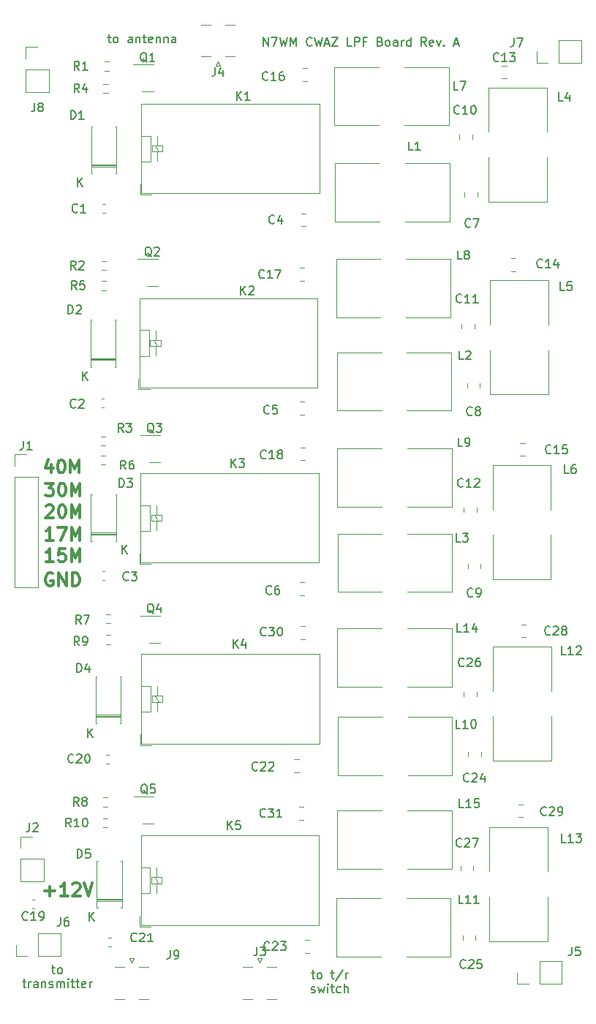
<source format=gbr>
%TF.GenerationSoftware,KiCad,Pcbnew,(6.0.2)*%
%TF.CreationDate,2022-10-25T13:29:22-07:00*%
%TF.ProjectId,cwaz_lpf,6377617a-5f6c-4706-962e-6b696361645f,rev?*%
%TF.SameCoordinates,Original*%
%TF.FileFunction,Legend,Top*%
%TF.FilePolarity,Positive*%
%FSLAX46Y46*%
G04 Gerber Fmt 4.6, Leading zero omitted, Abs format (unit mm)*
G04 Created by KiCad (PCBNEW (6.0.2)) date 2022-10-25 13:29:22*
%MOMM*%
%LPD*%
G01*
G04 APERTURE LIST*
%ADD10C,0.150000*%
%ADD11C,0.300000*%
%ADD12C,0.120000*%
G04 APERTURE END LIST*
D10*
X90848000Y-41533714D02*
X91228952Y-41533714D01*
X90990857Y-41200380D02*
X90990857Y-42057523D01*
X91038476Y-42152761D01*
X91133714Y-42200380D01*
X91228952Y-42200380D01*
X91705142Y-42200380D02*
X91609904Y-42152761D01*
X91562285Y-42105142D01*
X91514666Y-42009904D01*
X91514666Y-41724190D01*
X91562285Y-41628952D01*
X91609904Y-41581333D01*
X91705142Y-41533714D01*
X91848000Y-41533714D01*
X91943238Y-41581333D01*
X91990857Y-41628952D01*
X92038476Y-41724190D01*
X92038476Y-42009904D01*
X91990857Y-42105142D01*
X91943238Y-42152761D01*
X91848000Y-42200380D01*
X91705142Y-42200380D01*
X93657523Y-42200380D02*
X93657523Y-41676571D01*
X93609904Y-41581333D01*
X93514666Y-41533714D01*
X93324190Y-41533714D01*
X93228952Y-41581333D01*
X93657523Y-42152761D02*
X93562285Y-42200380D01*
X93324190Y-42200380D01*
X93228952Y-42152761D01*
X93181333Y-42057523D01*
X93181333Y-41962285D01*
X93228952Y-41867047D01*
X93324190Y-41819428D01*
X93562285Y-41819428D01*
X93657523Y-41771809D01*
X94133714Y-41533714D02*
X94133714Y-42200380D01*
X94133714Y-41628952D02*
X94181333Y-41581333D01*
X94276571Y-41533714D01*
X94419428Y-41533714D01*
X94514666Y-41581333D01*
X94562285Y-41676571D01*
X94562285Y-42200380D01*
X94895619Y-41533714D02*
X95276571Y-41533714D01*
X95038476Y-41200380D02*
X95038476Y-42057523D01*
X95086095Y-42152761D01*
X95181333Y-42200380D01*
X95276571Y-42200380D01*
X95990857Y-42152761D02*
X95895619Y-42200380D01*
X95705142Y-42200380D01*
X95609904Y-42152761D01*
X95562285Y-42057523D01*
X95562285Y-41676571D01*
X95609904Y-41581333D01*
X95705142Y-41533714D01*
X95895619Y-41533714D01*
X95990857Y-41581333D01*
X96038476Y-41676571D01*
X96038476Y-41771809D01*
X95562285Y-41867047D01*
X96467047Y-41533714D02*
X96467047Y-42200380D01*
X96467047Y-41628952D02*
X96514666Y-41581333D01*
X96609904Y-41533714D01*
X96752761Y-41533714D01*
X96848000Y-41581333D01*
X96895619Y-41676571D01*
X96895619Y-42200380D01*
X97371809Y-41533714D02*
X97371809Y-42200380D01*
X97371809Y-41628952D02*
X97419428Y-41581333D01*
X97514666Y-41533714D01*
X97657523Y-41533714D01*
X97752761Y-41581333D01*
X97800380Y-41676571D01*
X97800380Y-42200380D01*
X98705142Y-42200380D02*
X98705142Y-41676571D01*
X98657523Y-41581333D01*
X98562285Y-41533714D01*
X98371809Y-41533714D01*
X98276571Y-41581333D01*
X98705142Y-42152761D02*
X98609904Y-42200380D01*
X98371809Y-42200380D01*
X98276571Y-42152761D01*
X98228952Y-42057523D01*
X98228952Y-41962285D01*
X98276571Y-41867047D01*
X98371809Y-41819428D01*
X98609904Y-41819428D01*
X98705142Y-41771809D01*
D11*
X83700000Y-95821428D02*
X83771428Y-95750000D01*
X83914285Y-95678571D01*
X84271428Y-95678571D01*
X84414285Y-95750000D01*
X84485714Y-95821428D01*
X84557142Y-95964285D01*
X84557142Y-96107142D01*
X84485714Y-96321428D01*
X83628571Y-97178571D01*
X84557142Y-97178571D01*
X85485714Y-95678571D02*
X85628571Y-95678571D01*
X85771428Y-95750000D01*
X85842857Y-95821428D01*
X85914285Y-95964285D01*
X85985714Y-96250000D01*
X85985714Y-96607142D01*
X85914285Y-96892857D01*
X85842857Y-97035714D01*
X85771428Y-97107142D01*
X85628571Y-97178571D01*
X85485714Y-97178571D01*
X85342857Y-97107142D01*
X85271428Y-97035714D01*
X85200000Y-96892857D01*
X85128571Y-96607142D01*
X85128571Y-96250000D01*
X85200000Y-95964285D01*
X85271428Y-95821428D01*
X85342857Y-95750000D01*
X85485714Y-95678571D01*
X86628571Y-97178571D02*
X86628571Y-95678571D01*
X87128571Y-96750000D01*
X87628571Y-95678571D01*
X87628571Y-97178571D01*
X84557142Y-99778571D02*
X83700000Y-99778571D01*
X84128571Y-99778571D02*
X84128571Y-98278571D01*
X83985714Y-98492857D01*
X83842857Y-98635714D01*
X83700000Y-98707142D01*
X85057142Y-98278571D02*
X86057142Y-98278571D01*
X85414285Y-99778571D01*
X86628571Y-99778571D02*
X86628571Y-98278571D01*
X87128571Y-99350000D01*
X87628571Y-98278571D01*
X87628571Y-99778571D01*
X84457142Y-103650000D02*
X84314285Y-103578571D01*
X84100000Y-103578571D01*
X83885714Y-103650000D01*
X83742857Y-103792857D01*
X83671428Y-103935714D01*
X83600000Y-104221428D01*
X83600000Y-104435714D01*
X83671428Y-104721428D01*
X83742857Y-104864285D01*
X83885714Y-105007142D01*
X84100000Y-105078571D01*
X84242857Y-105078571D01*
X84457142Y-105007142D01*
X84528571Y-104935714D01*
X84528571Y-104435714D01*
X84242857Y-104435714D01*
X85171428Y-105078571D02*
X85171428Y-103578571D01*
X86028571Y-105078571D01*
X86028571Y-103578571D01*
X86742857Y-105078571D02*
X86742857Y-103578571D01*
X87100000Y-103578571D01*
X87314285Y-103650000D01*
X87457142Y-103792857D01*
X87528571Y-103935714D01*
X87600000Y-104221428D01*
X87600000Y-104435714D01*
X87528571Y-104721428D01*
X87457142Y-104864285D01*
X87314285Y-105007142D01*
X87100000Y-105078571D01*
X86742857Y-105078571D01*
D10*
X108859095Y-42581380D02*
X108859095Y-41581380D01*
X109430523Y-42581380D01*
X109430523Y-41581380D01*
X109811476Y-41581380D02*
X110478142Y-41581380D01*
X110049571Y-42581380D01*
X110763857Y-41581380D02*
X111001952Y-42581380D01*
X111192428Y-41867095D01*
X111382904Y-42581380D01*
X111621000Y-41581380D01*
X112001952Y-42581380D02*
X112001952Y-41581380D01*
X112335285Y-42295666D01*
X112668619Y-41581380D01*
X112668619Y-42581380D01*
X114478142Y-42486142D02*
X114430523Y-42533761D01*
X114287666Y-42581380D01*
X114192428Y-42581380D01*
X114049571Y-42533761D01*
X113954333Y-42438523D01*
X113906714Y-42343285D01*
X113859095Y-42152809D01*
X113859095Y-42009952D01*
X113906714Y-41819476D01*
X113954333Y-41724238D01*
X114049571Y-41629000D01*
X114192428Y-41581380D01*
X114287666Y-41581380D01*
X114430523Y-41629000D01*
X114478142Y-41676619D01*
X114811476Y-41581380D02*
X115049571Y-42581380D01*
X115240047Y-41867095D01*
X115430523Y-42581380D01*
X115668619Y-41581380D01*
X116001952Y-42295666D02*
X116478142Y-42295666D01*
X115906714Y-42581380D02*
X116240047Y-41581380D01*
X116573380Y-42581380D01*
X116811476Y-41581380D02*
X117478142Y-41581380D01*
X116811476Y-42581380D01*
X117478142Y-42581380D01*
X119097190Y-42581380D02*
X118621000Y-42581380D01*
X118621000Y-41581380D01*
X119430523Y-42581380D02*
X119430523Y-41581380D01*
X119811476Y-41581380D01*
X119906714Y-41629000D01*
X119954333Y-41676619D01*
X120001952Y-41771857D01*
X120001952Y-41914714D01*
X119954333Y-42009952D01*
X119906714Y-42057571D01*
X119811476Y-42105190D01*
X119430523Y-42105190D01*
X120763857Y-42057571D02*
X120430523Y-42057571D01*
X120430523Y-42581380D02*
X120430523Y-41581380D01*
X120906714Y-41581380D01*
X122382904Y-42057571D02*
X122525761Y-42105190D01*
X122573380Y-42152809D01*
X122621000Y-42248047D01*
X122621000Y-42390904D01*
X122573380Y-42486142D01*
X122525761Y-42533761D01*
X122430523Y-42581380D01*
X122049571Y-42581380D01*
X122049571Y-41581380D01*
X122382904Y-41581380D01*
X122478142Y-41629000D01*
X122525761Y-41676619D01*
X122573380Y-41771857D01*
X122573380Y-41867095D01*
X122525761Y-41962333D01*
X122478142Y-42009952D01*
X122382904Y-42057571D01*
X122049571Y-42057571D01*
X123192428Y-42581380D02*
X123097190Y-42533761D01*
X123049571Y-42486142D01*
X123001952Y-42390904D01*
X123001952Y-42105190D01*
X123049571Y-42009952D01*
X123097190Y-41962333D01*
X123192428Y-41914714D01*
X123335285Y-41914714D01*
X123430523Y-41962333D01*
X123478142Y-42009952D01*
X123525761Y-42105190D01*
X123525761Y-42390904D01*
X123478142Y-42486142D01*
X123430523Y-42533761D01*
X123335285Y-42581380D01*
X123192428Y-42581380D01*
X124382904Y-42581380D02*
X124382904Y-42057571D01*
X124335285Y-41962333D01*
X124240047Y-41914714D01*
X124049571Y-41914714D01*
X123954333Y-41962333D01*
X124382904Y-42533761D02*
X124287666Y-42581380D01*
X124049571Y-42581380D01*
X123954333Y-42533761D01*
X123906714Y-42438523D01*
X123906714Y-42343285D01*
X123954333Y-42248047D01*
X124049571Y-42200428D01*
X124287666Y-42200428D01*
X124382904Y-42152809D01*
X124859095Y-42581380D02*
X124859095Y-41914714D01*
X124859095Y-42105190D02*
X124906714Y-42009952D01*
X124954333Y-41962333D01*
X125049571Y-41914714D01*
X125144809Y-41914714D01*
X125906714Y-42581380D02*
X125906714Y-41581380D01*
X125906714Y-42533761D02*
X125811476Y-42581380D01*
X125621000Y-42581380D01*
X125525761Y-42533761D01*
X125478142Y-42486142D01*
X125430523Y-42390904D01*
X125430523Y-42105190D01*
X125478142Y-42009952D01*
X125525761Y-41962333D01*
X125621000Y-41914714D01*
X125811476Y-41914714D01*
X125906714Y-41962333D01*
X127716238Y-42581380D02*
X127382904Y-42105190D01*
X127144809Y-42581380D02*
X127144809Y-41581380D01*
X127525761Y-41581380D01*
X127621000Y-41629000D01*
X127668619Y-41676619D01*
X127716238Y-41771857D01*
X127716238Y-41914714D01*
X127668619Y-42009952D01*
X127621000Y-42057571D01*
X127525761Y-42105190D01*
X127144809Y-42105190D01*
X128525761Y-42533761D02*
X128430523Y-42581380D01*
X128240047Y-42581380D01*
X128144809Y-42533761D01*
X128097190Y-42438523D01*
X128097190Y-42057571D01*
X128144809Y-41962333D01*
X128240047Y-41914714D01*
X128430523Y-41914714D01*
X128525761Y-41962333D01*
X128573380Y-42057571D01*
X128573380Y-42152809D01*
X128097190Y-42248047D01*
X128906714Y-41914714D02*
X129144809Y-42581380D01*
X129382904Y-41914714D01*
X129763857Y-42486142D02*
X129811476Y-42533761D01*
X129763857Y-42581380D01*
X129716238Y-42533761D01*
X129763857Y-42486142D01*
X129763857Y-42581380D01*
X130954333Y-42295666D02*
X131430523Y-42295666D01*
X130859095Y-42581380D02*
X131192428Y-41581380D01*
X131525761Y-42581380D01*
X84357142Y-149280714D02*
X84738095Y-149280714D01*
X84500000Y-148947380D02*
X84500000Y-149804523D01*
X84547619Y-149899761D01*
X84642857Y-149947380D01*
X84738095Y-149947380D01*
X85214285Y-149947380D02*
X85119047Y-149899761D01*
X85071428Y-149852142D01*
X85023809Y-149756904D01*
X85023809Y-149471190D01*
X85071428Y-149375952D01*
X85119047Y-149328333D01*
X85214285Y-149280714D01*
X85357142Y-149280714D01*
X85452380Y-149328333D01*
X85500000Y-149375952D01*
X85547619Y-149471190D01*
X85547619Y-149756904D01*
X85500000Y-149852142D01*
X85452380Y-149899761D01*
X85357142Y-149947380D01*
X85214285Y-149947380D01*
X80976190Y-150890714D02*
X81357142Y-150890714D01*
X81119047Y-150557380D02*
X81119047Y-151414523D01*
X81166666Y-151509761D01*
X81261904Y-151557380D01*
X81357142Y-151557380D01*
X81690476Y-151557380D02*
X81690476Y-150890714D01*
X81690476Y-151081190D02*
X81738095Y-150985952D01*
X81785714Y-150938333D01*
X81880952Y-150890714D01*
X81976190Y-150890714D01*
X82738095Y-151557380D02*
X82738095Y-151033571D01*
X82690476Y-150938333D01*
X82595238Y-150890714D01*
X82404761Y-150890714D01*
X82309523Y-150938333D01*
X82738095Y-151509761D02*
X82642857Y-151557380D01*
X82404761Y-151557380D01*
X82309523Y-151509761D01*
X82261904Y-151414523D01*
X82261904Y-151319285D01*
X82309523Y-151224047D01*
X82404761Y-151176428D01*
X82642857Y-151176428D01*
X82738095Y-151128809D01*
X83214285Y-150890714D02*
X83214285Y-151557380D01*
X83214285Y-150985952D02*
X83261904Y-150938333D01*
X83357142Y-150890714D01*
X83500000Y-150890714D01*
X83595238Y-150938333D01*
X83642857Y-151033571D01*
X83642857Y-151557380D01*
X84071428Y-151509761D02*
X84166666Y-151557380D01*
X84357142Y-151557380D01*
X84452380Y-151509761D01*
X84500000Y-151414523D01*
X84500000Y-151366904D01*
X84452380Y-151271666D01*
X84357142Y-151224047D01*
X84214285Y-151224047D01*
X84119047Y-151176428D01*
X84071428Y-151081190D01*
X84071428Y-151033571D01*
X84119047Y-150938333D01*
X84214285Y-150890714D01*
X84357142Y-150890714D01*
X84452380Y-150938333D01*
X84928571Y-151557380D02*
X84928571Y-150890714D01*
X84928571Y-150985952D02*
X84976190Y-150938333D01*
X85071428Y-150890714D01*
X85214285Y-150890714D01*
X85309523Y-150938333D01*
X85357142Y-151033571D01*
X85357142Y-151557380D01*
X85357142Y-151033571D02*
X85404761Y-150938333D01*
X85500000Y-150890714D01*
X85642857Y-150890714D01*
X85738095Y-150938333D01*
X85785714Y-151033571D01*
X85785714Y-151557380D01*
X86261904Y-151557380D02*
X86261904Y-150890714D01*
X86261904Y-150557380D02*
X86214285Y-150605000D01*
X86261904Y-150652619D01*
X86309523Y-150605000D01*
X86261904Y-150557380D01*
X86261904Y-150652619D01*
X86595238Y-150890714D02*
X86976190Y-150890714D01*
X86738095Y-150557380D02*
X86738095Y-151414523D01*
X86785714Y-151509761D01*
X86880952Y-151557380D01*
X86976190Y-151557380D01*
X87166666Y-150890714D02*
X87547619Y-150890714D01*
X87309523Y-150557380D02*
X87309523Y-151414523D01*
X87357142Y-151509761D01*
X87452380Y-151557380D01*
X87547619Y-151557380D01*
X88261904Y-151509761D02*
X88166666Y-151557380D01*
X87976190Y-151557380D01*
X87880952Y-151509761D01*
X87833333Y-151414523D01*
X87833333Y-151033571D01*
X87880952Y-150938333D01*
X87976190Y-150890714D01*
X88166666Y-150890714D01*
X88261904Y-150938333D01*
X88309523Y-151033571D01*
X88309523Y-151128809D01*
X87833333Y-151224047D01*
X88738095Y-151557380D02*
X88738095Y-150890714D01*
X88738095Y-151081190D02*
X88785714Y-150985952D01*
X88833333Y-150938333D01*
X88928571Y-150890714D01*
X89023809Y-150890714D01*
D11*
X84314285Y-90978571D02*
X84314285Y-91978571D01*
X83957142Y-90407142D02*
X83600000Y-91478571D01*
X84528571Y-91478571D01*
X85385714Y-90478571D02*
X85528571Y-90478571D01*
X85671428Y-90550000D01*
X85742857Y-90621428D01*
X85814285Y-90764285D01*
X85885714Y-91050000D01*
X85885714Y-91407142D01*
X85814285Y-91692857D01*
X85742857Y-91835714D01*
X85671428Y-91907142D01*
X85528571Y-91978571D01*
X85385714Y-91978571D01*
X85242857Y-91907142D01*
X85171428Y-91835714D01*
X85100000Y-91692857D01*
X85028571Y-91407142D01*
X85028571Y-91050000D01*
X85100000Y-90764285D01*
X85171428Y-90621428D01*
X85242857Y-90550000D01*
X85385714Y-90478571D01*
X86528571Y-91978571D02*
X86528571Y-90478571D01*
X87028571Y-91550000D01*
X87528571Y-90478571D01*
X87528571Y-91978571D01*
X83569142Y-140407142D02*
X84712000Y-140407142D01*
X84140571Y-140978571D02*
X84140571Y-139835714D01*
X86212000Y-140978571D02*
X85354857Y-140978571D01*
X85783428Y-140978571D02*
X85783428Y-139478571D01*
X85640571Y-139692857D01*
X85497714Y-139835714D01*
X85354857Y-139907142D01*
X86783428Y-139621428D02*
X86854857Y-139550000D01*
X86997714Y-139478571D01*
X87354857Y-139478571D01*
X87497714Y-139550000D01*
X87569142Y-139621428D01*
X87640571Y-139764285D01*
X87640571Y-139907142D01*
X87569142Y-140121428D01*
X86712000Y-140978571D01*
X87640571Y-140978571D01*
X88069142Y-139478571D02*
X88569142Y-140978571D01*
X89069142Y-139478571D01*
X84557142Y-102278571D02*
X83700000Y-102278571D01*
X84128571Y-102278571D02*
X84128571Y-100778571D01*
X83985714Y-100992857D01*
X83842857Y-101135714D01*
X83700000Y-101207142D01*
X85914285Y-100778571D02*
X85200000Y-100778571D01*
X85128571Y-101492857D01*
X85200000Y-101421428D01*
X85342857Y-101350000D01*
X85700000Y-101350000D01*
X85842857Y-101421428D01*
X85914285Y-101492857D01*
X85985714Y-101635714D01*
X85985714Y-101992857D01*
X85914285Y-102135714D01*
X85842857Y-102207142D01*
X85700000Y-102278571D01*
X85342857Y-102278571D01*
X85200000Y-102207142D01*
X85128571Y-102135714D01*
X86628571Y-102278571D02*
X86628571Y-100778571D01*
X87128571Y-101850000D01*
X87628571Y-100778571D01*
X87628571Y-102278571D01*
D10*
X114422142Y-149880714D02*
X114803095Y-149880714D01*
X114565000Y-149547380D02*
X114565000Y-150404523D01*
X114612619Y-150499761D01*
X114707857Y-150547380D01*
X114803095Y-150547380D01*
X115279285Y-150547380D02*
X115184047Y-150499761D01*
X115136428Y-150452142D01*
X115088809Y-150356904D01*
X115088809Y-150071190D01*
X115136428Y-149975952D01*
X115184047Y-149928333D01*
X115279285Y-149880714D01*
X115422142Y-149880714D01*
X115517380Y-149928333D01*
X115565000Y-149975952D01*
X115612619Y-150071190D01*
X115612619Y-150356904D01*
X115565000Y-150452142D01*
X115517380Y-150499761D01*
X115422142Y-150547380D01*
X115279285Y-150547380D01*
X116660238Y-149880714D02*
X117041190Y-149880714D01*
X116803095Y-149547380D02*
X116803095Y-150404523D01*
X116850714Y-150499761D01*
X116945952Y-150547380D01*
X117041190Y-150547380D01*
X118088809Y-149499761D02*
X117231666Y-150785476D01*
X118422142Y-150547380D02*
X118422142Y-149880714D01*
X118422142Y-150071190D02*
X118469761Y-149975952D01*
X118517380Y-149928333D01*
X118612619Y-149880714D01*
X118707857Y-149880714D01*
X114422142Y-152109761D02*
X114517380Y-152157380D01*
X114707857Y-152157380D01*
X114803095Y-152109761D01*
X114850714Y-152014523D01*
X114850714Y-151966904D01*
X114803095Y-151871666D01*
X114707857Y-151824047D01*
X114565000Y-151824047D01*
X114469761Y-151776428D01*
X114422142Y-151681190D01*
X114422142Y-151633571D01*
X114469761Y-151538333D01*
X114565000Y-151490714D01*
X114707857Y-151490714D01*
X114803095Y-151538333D01*
X115184047Y-151490714D02*
X115374523Y-152157380D01*
X115565000Y-151681190D01*
X115755476Y-152157380D01*
X115945952Y-151490714D01*
X116326904Y-152157380D02*
X116326904Y-151490714D01*
X116326904Y-151157380D02*
X116279285Y-151205000D01*
X116326904Y-151252619D01*
X116374523Y-151205000D01*
X116326904Y-151157380D01*
X116326904Y-151252619D01*
X116660238Y-151490714D02*
X117041190Y-151490714D01*
X116803095Y-151157380D02*
X116803095Y-152014523D01*
X116850714Y-152109761D01*
X116945952Y-152157380D01*
X117041190Y-152157380D01*
X117803095Y-152109761D02*
X117707857Y-152157380D01*
X117517380Y-152157380D01*
X117422142Y-152109761D01*
X117374523Y-152062142D01*
X117326904Y-151966904D01*
X117326904Y-151681190D01*
X117374523Y-151585952D01*
X117422142Y-151538333D01*
X117517380Y-151490714D01*
X117707857Y-151490714D01*
X117803095Y-151538333D01*
X118231666Y-152157380D02*
X118231666Y-151157380D01*
X118660238Y-152157380D02*
X118660238Y-151633571D01*
X118612619Y-151538333D01*
X118517380Y-151490714D01*
X118374523Y-151490714D01*
X118279285Y-151538333D01*
X118231666Y-151585952D01*
D11*
X83628571Y-93178571D02*
X84557142Y-93178571D01*
X84057142Y-93750000D01*
X84271428Y-93750000D01*
X84414285Y-93821428D01*
X84485714Y-93892857D01*
X84557142Y-94035714D01*
X84557142Y-94392857D01*
X84485714Y-94535714D01*
X84414285Y-94607142D01*
X84271428Y-94678571D01*
X83842857Y-94678571D01*
X83700000Y-94607142D01*
X83628571Y-94535714D01*
X85485714Y-93178571D02*
X85628571Y-93178571D01*
X85771428Y-93250000D01*
X85842857Y-93321428D01*
X85914285Y-93464285D01*
X85985714Y-93750000D01*
X85985714Y-94107142D01*
X85914285Y-94392857D01*
X85842857Y-94535714D01*
X85771428Y-94607142D01*
X85628571Y-94678571D01*
X85485714Y-94678571D01*
X85342857Y-94607142D01*
X85271428Y-94535714D01*
X85200000Y-94392857D01*
X85128571Y-94107142D01*
X85128571Y-93750000D01*
X85200000Y-93464285D01*
X85271428Y-93321428D01*
X85342857Y-93250000D01*
X85485714Y-93178571D01*
X86628571Y-94678571D02*
X86628571Y-93178571D01*
X87128571Y-94250000D01*
X87628571Y-93178571D01*
X87628571Y-94678571D01*
D10*
%TO.C,D5*%
X87299404Y-136552380D02*
X87299404Y-135552380D01*
X87537500Y-135552380D01*
X87680357Y-135600000D01*
X87775595Y-135695238D01*
X87823214Y-135790476D01*
X87870833Y-135980952D01*
X87870833Y-136123809D01*
X87823214Y-136314285D01*
X87775595Y-136409523D01*
X87680357Y-136504761D01*
X87537500Y-136552380D01*
X87299404Y-136552380D01*
X88775595Y-135552380D02*
X88299404Y-135552380D01*
X88251785Y-136028571D01*
X88299404Y-135980952D01*
X88394642Y-135933333D01*
X88632738Y-135933333D01*
X88727976Y-135980952D01*
X88775595Y-136028571D01*
X88823214Y-136123809D01*
X88823214Y-136361904D01*
X88775595Y-136457142D01*
X88727976Y-136504761D01*
X88632738Y-136552380D01*
X88394642Y-136552380D01*
X88299404Y-136504761D01*
X88251785Y-136457142D01*
X88675595Y-143862380D02*
X88675595Y-142862380D01*
X89247023Y-143862380D02*
X88818452Y-143290952D01*
X89247023Y-142862380D02*
X88675595Y-143433809D01*
%TO.C,C5*%
X109533333Y-85057142D02*
X109485714Y-85104761D01*
X109342857Y-85152380D01*
X109247619Y-85152380D01*
X109104761Y-85104761D01*
X109009523Y-85009523D01*
X108961904Y-84914285D01*
X108914285Y-84723809D01*
X108914285Y-84580952D01*
X108961904Y-84390476D01*
X109009523Y-84295238D01*
X109104761Y-84200000D01*
X109247619Y-84152380D01*
X109342857Y-84152380D01*
X109485714Y-84200000D01*
X109533333Y-84247619D01*
X110438095Y-84152380D02*
X109961904Y-84152380D01*
X109914285Y-84628571D01*
X109961904Y-84580952D01*
X110057142Y-84533333D01*
X110295238Y-84533333D01*
X110390476Y-84580952D01*
X110438095Y-84628571D01*
X110485714Y-84723809D01*
X110485714Y-84961904D01*
X110438095Y-85057142D01*
X110390476Y-85104761D01*
X110295238Y-85152380D01*
X110057142Y-85152380D01*
X109961904Y-85104761D01*
X109914285Y-85057142D01*
%TO.C,Q1*%
X95367261Y-44447619D02*
X95272023Y-44400000D01*
X95176785Y-44304761D01*
X95033928Y-44161904D01*
X94938690Y-44114285D01*
X94843452Y-44114285D01*
X94891071Y-44352380D02*
X94795833Y-44304761D01*
X94700595Y-44209523D01*
X94652976Y-44019047D01*
X94652976Y-43685714D01*
X94700595Y-43495238D01*
X94795833Y-43400000D01*
X94891071Y-43352380D01*
X95081547Y-43352380D01*
X95176785Y-43400000D01*
X95272023Y-43495238D01*
X95319642Y-43685714D01*
X95319642Y-44019047D01*
X95272023Y-44209523D01*
X95176785Y-44304761D01*
X95081547Y-44352380D01*
X94891071Y-44352380D01*
X96272023Y-44352380D02*
X95700595Y-44352380D01*
X95986309Y-44352380D02*
X95986309Y-43352380D01*
X95891071Y-43495238D01*
X95795833Y-43590476D01*
X95700595Y-43638095D01*
%TO.C,R2*%
X87133333Y-68452380D02*
X86800000Y-67976190D01*
X86561904Y-68452380D02*
X86561904Y-67452380D01*
X86942857Y-67452380D01*
X87038095Y-67500000D01*
X87085714Y-67547619D01*
X87133333Y-67642857D01*
X87133333Y-67785714D01*
X87085714Y-67880952D01*
X87038095Y-67928571D01*
X86942857Y-67976190D01*
X86561904Y-67976190D01*
X87514285Y-67547619D02*
X87561904Y-67500000D01*
X87657142Y-67452380D01*
X87895238Y-67452380D01*
X87990476Y-67500000D01*
X88038095Y-67547619D01*
X88085714Y-67642857D01*
X88085714Y-67738095D01*
X88038095Y-67880952D01*
X87466666Y-68452380D01*
X88085714Y-68452380D01*
%TO.C,R1*%
X87533333Y-45352380D02*
X87200000Y-44876190D01*
X86961904Y-45352380D02*
X86961904Y-44352380D01*
X87342857Y-44352380D01*
X87438095Y-44400000D01*
X87485714Y-44447619D01*
X87533333Y-44542857D01*
X87533333Y-44685714D01*
X87485714Y-44780952D01*
X87438095Y-44828571D01*
X87342857Y-44876190D01*
X86961904Y-44876190D01*
X88485714Y-45352380D02*
X87914285Y-45352380D01*
X88200000Y-45352380D02*
X88200000Y-44352380D01*
X88104761Y-44495238D01*
X88009523Y-44590476D01*
X87914285Y-44638095D01*
%TO.C,Q3*%
X96167261Y-87347619D02*
X96072023Y-87300000D01*
X95976785Y-87204761D01*
X95833928Y-87061904D01*
X95738690Y-87014285D01*
X95643452Y-87014285D01*
X95691071Y-87252380D02*
X95595833Y-87204761D01*
X95500595Y-87109523D01*
X95452976Y-86919047D01*
X95452976Y-86585714D01*
X95500595Y-86395238D01*
X95595833Y-86300000D01*
X95691071Y-86252380D01*
X95881547Y-86252380D01*
X95976785Y-86300000D01*
X96072023Y-86395238D01*
X96119642Y-86585714D01*
X96119642Y-86919047D01*
X96072023Y-87109523D01*
X95976785Y-87204761D01*
X95881547Y-87252380D01*
X95691071Y-87252380D01*
X96452976Y-86252380D02*
X97072023Y-86252380D01*
X96738690Y-86633333D01*
X96881547Y-86633333D01*
X96976785Y-86680952D01*
X97024404Y-86728571D01*
X97072023Y-86823809D01*
X97072023Y-87061904D01*
X97024404Y-87157142D01*
X96976785Y-87204761D01*
X96881547Y-87252380D01*
X96595833Y-87252380D01*
X96500595Y-87204761D01*
X96452976Y-87157142D01*
%TO.C,C8*%
X133033333Y-85257142D02*
X132985714Y-85304761D01*
X132842857Y-85352380D01*
X132747619Y-85352380D01*
X132604761Y-85304761D01*
X132509523Y-85209523D01*
X132461904Y-85114285D01*
X132414285Y-84923809D01*
X132414285Y-84780952D01*
X132461904Y-84590476D01*
X132509523Y-84495238D01*
X132604761Y-84400000D01*
X132747619Y-84352380D01*
X132842857Y-84352380D01*
X132985714Y-84400000D01*
X133033333Y-84447619D01*
X133604761Y-84780952D02*
X133509523Y-84733333D01*
X133461904Y-84685714D01*
X133414285Y-84590476D01*
X133414285Y-84542857D01*
X133461904Y-84447619D01*
X133509523Y-84400000D01*
X133604761Y-84352380D01*
X133795238Y-84352380D01*
X133890476Y-84400000D01*
X133938095Y-84447619D01*
X133985714Y-84542857D01*
X133985714Y-84590476D01*
X133938095Y-84685714D01*
X133890476Y-84733333D01*
X133795238Y-84780952D01*
X133604761Y-84780952D01*
X133509523Y-84828571D01*
X133461904Y-84876190D01*
X133414285Y-84971428D01*
X133414285Y-85161904D01*
X133461904Y-85257142D01*
X133509523Y-85304761D01*
X133604761Y-85352380D01*
X133795238Y-85352380D01*
X133890476Y-85304761D01*
X133938095Y-85257142D01*
X133985714Y-85161904D01*
X133985714Y-84971428D01*
X133938095Y-84876190D01*
X133890476Y-84828571D01*
X133795238Y-84780952D01*
%TO.C,R5*%
X87233333Y-70752380D02*
X86900000Y-70276190D01*
X86661904Y-70752380D02*
X86661904Y-69752380D01*
X87042857Y-69752380D01*
X87138095Y-69800000D01*
X87185714Y-69847619D01*
X87233333Y-69942857D01*
X87233333Y-70085714D01*
X87185714Y-70180952D01*
X87138095Y-70228571D01*
X87042857Y-70276190D01*
X86661904Y-70276190D01*
X88138095Y-69752380D02*
X87661904Y-69752380D01*
X87614285Y-70228571D01*
X87661904Y-70180952D01*
X87757142Y-70133333D01*
X87995238Y-70133333D01*
X88090476Y-70180952D01*
X88138095Y-70228571D01*
X88185714Y-70323809D01*
X88185714Y-70561904D01*
X88138095Y-70657142D01*
X88090476Y-70704761D01*
X87995238Y-70752380D01*
X87757142Y-70752380D01*
X87661904Y-70704761D01*
X87614285Y-70657142D01*
%TO.C,J8*%
X82366666Y-49152380D02*
X82366666Y-49866666D01*
X82319047Y-50009523D01*
X82223809Y-50104761D01*
X82080952Y-50152380D01*
X81985714Y-50152380D01*
X82985714Y-49580952D02*
X82890476Y-49533333D01*
X82842857Y-49485714D01*
X82795238Y-49390476D01*
X82795238Y-49342857D01*
X82842857Y-49247619D01*
X82890476Y-49200000D01*
X82985714Y-49152380D01*
X83176190Y-49152380D01*
X83271428Y-49200000D01*
X83319047Y-49247619D01*
X83366666Y-49342857D01*
X83366666Y-49390476D01*
X83319047Y-49485714D01*
X83271428Y-49533333D01*
X83176190Y-49580952D01*
X82985714Y-49580952D01*
X82890476Y-49628571D01*
X82842857Y-49676190D01*
X82795238Y-49771428D01*
X82795238Y-49961904D01*
X82842857Y-50057142D01*
X82890476Y-50104761D01*
X82985714Y-50152380D01*
X83176190Y-50152380D01*
X83271428Y-50104761D01*
X83319047Y-50057142D01*
X83366666Y-49961904D01*
X83366666Y-49771428D01*
X83319047Y-49676190D01*
X83271428Y-49628571D01*
X83176190Y-49580952D01*
%TO.C,K2*%
X106261904Y-71352380D02*
X106261904Y-70352380D01*
X106833333Y-71352380D02*
X106404761Y-70780952D01*
X106833333Y-70352380D02*
X106261904Y-70923809D01*
X107214285Y-70447619D02*
X107261904Y-70400000D01*
X107357142Y-70352380D01*
X107595238Y-70352380D01*
X107690476Y-70400000D01*
X107738095Y-70447619D01*
X107785714Y-70542857D01*
X107785714Y-70638095D01*
X107738095Y-70780952D01*
X107166666Y-71352380D01*
X107785714Y-71352380D01*
%TO.C,L3*%
X131695833Y-99952380D02*
X131219642Y-99952380D01*
X131219642Y-98952380D01*
X131933928Y-98952380D02*
X132552976Y-98952380D01*
X132219642Y-99333333D01*
X132362500Y-99333333D01*
X132457738Y-99380952D01*
X132505357Y-99428571D01*
X132552976Y-99523809D01*
X132552976Y-99761904D01*
X132505357Y-99857142D01*
X132457738Y-99904761D01*
X132362500Y-99952380D01*
X132076785Y-99952380D01*
X131981547Y-99904761D01*
X131933928Y-99857142D01*
%TO.C,D1*%
X86561904Y-51052380D02*
X86561904Y-50052380D01*
X86800000Y-50052380D01*
X86942857Y-50100000D01*
X87038095Y-50195238D01*
X87085714Y-50290476D01*
X87133333Y-50480952D01*
X87133333Y-50623809D01*
X87085714Y-50814285D01*
X87038095Y-50909523D01*
X86942857Y-51004761D01*
X86800000Y-51052380D01*
X86561904Y-51052380D01*
X88085714Y-51052380D02*
X87514285Y-51052380D01*
X87800000Y-51052380D02*
X87800000Y-50052380D01*
X87704761Y-50195238D01*
X87609523Y-50290476D01*
X87514285Y-50338095D01*
X87338095Y-58852380D02*
X87338095Y-57852380D01*
X87909523Y-58852380D02*
X87480952Y-58280952D01*
X87909523Y-57852380D02*
X87338095Y-58423809D01*
%TO.C,J2*%
X81766666Y-132522380D02*
X81766666Y-133236666D01*
X81719047Y-133379523D01*
X81623809Y-133474761D01*
X81480952Y-133522380D01*
X81385714Y-133522380D01*
X82195238Y-132617619D02*
X82242857Y-132570000D01*
X82338095Y-132522380D01*
X82576190Y-132522380D01*
X82671428Y-132570000D01*
X82719047Y-132617619D01*
X82766666Y-132712857D01*
X82766666Y-132808095D01*
X82719047Y-132950952D01*
X82147619Y-133522380D01*
X82766666Y-133522380D01*
%TO.C,C19*%
X81557142Y-143687142D02*
X81509523Y-143734761D01*
X81366666Y-143782380D01*
X81271428Y-143782380D01*
X81128571Y-143734761D01*
X81033333Y-143639523D01*
X80985714Y-143544285D01*
X80938095Y-143353809D01*
X80938095Y-143210952D01*
X80985714Y-143020476D01*
X81033333Y-142925238D01*
X81128571Y-142830000D01*
X81271428Y-142782380D01*
X81366666Y-142782380D01*
X81509523Y-142830000D01*
X81557142Y-142877619D01*
X82509523Y-143782380D02*
X81938095Y-143782380D01*
X82223809Y-143782380D02*
X82223809Y-142782380D01*
X82128571Y-142925238D01*
X82033333Y-143020476D01*
X81938095Y-143068095D01*
X82985714Y-143782380D02*
X83176190Y-143782380D01*
X83271428Y-143734761D01*
X83319047Y-143687142D01*
X83414285Y-143544285D01*
X83461904Y-143353809D01*
X83461904Y-142972857D01*
X83414285Y-142877619D01*
X83366666Y-142830000D01*
X83271428Y-142782380D01*
X83080952Y-142782380D01*
X82985714Y-142830000D01*
X82938095Y-142877619D01*
X82890476Y-142972857D01*
X82890476Y-143210952D01*
X82938095Y-143306190D01*
X82985714Y-143353809D01*
X83080952Y-143401428D01*
X83271428Y-143401428D01*
X83366666Y-143353809D01*
X83414285Y-143306190D01*
X83461904Y-143210952D01*
%TO.C,K4*%
X105361904Y-112252380D02*
X105361904Y-111252380D01*
X105933333Y-112252380D02*
X105504761Y-111680952D01*
X105933333Y-111252380D02*
X105361904Y-111823809D01*
X106790476Y-111585714D02*
X106790476Y-112252380D01*
X106552380Y-111204761D02*
X106314285Y-111919047D01*
X106933333Y-111919047D01*
%TO.C,L13*%
X143857142Y-134752380D02*
X143380952Y-134752380D01*
X143380952Y-133752380D01*
X144714285Y-134752380D02*
X144142857Y-134752380D01*
X144428571Y-134752380D02*
X144428571Y-133752380D01*
X144333333Y-133895238D01*
X144238095Y-133990476D01*
X144142857Y-134038095D01*
X145047619Y-133752380D02*
X145666666Y-133752380D01*
X145333333Y-134133333D01*
X145476190Y-134133333D01*
X145571428Y-134180952D01*
X145619047Y-134228571D01*
X145666666Y-134323809D01*
X145666666Y-134561904D01*
X145619047Y-134657142D01*
X145571428Y-134704761D01*
X145476190Y-134752380D01*
X145190476Y-134752380D01*
X145095238Y-134704761D01*
X145047619Y-134657142D01*
%TO.C,Q4*%
X96167261Y-108247619D02*
X96072023Y-108200000D01*
X95976785Y-108104761D01*
X95833928Y-107961904D01*
X95738690Y-107914285D01*
X95643452Y-107914285D01*
X95691071Y-108152380D02*
X95595833Y-108104761D01*
X95500595Y-108009523D01*
X95452976Y-107819047D01*
X95452976Y-107485714D01*
X95500595Y-107295238D01*
X95595833Y-107200000D01*
X95691071Y-107152380D01*
X95881547Y-107152380D01*
X95976785Y-107200000D01*
X96072023Y-107295238D01*
X96119642Y-107485714D01*
X96119642Y-107819047D01*
X96072023Y-108009523D01*
X95976785Y-108104761D01*
X95881547Y-108152380D01*
X95691071Y-108152380D01*
X96976785Y-107485714D02*
X96976785Y-108152380D01*
X96738690Y-107104761D02*
X96500595Y-107819047D01*
X97119642Y-107819047D01*
%TO.C,C17*%
X108957142Y-69357142D02*
X108909523Y-69404761D01*
X108766666Y-69452380D01*
X108671428Y-69452380D01*
X108528571Y-69404761D01*
X108433333Y-69309523D01*
X108385714Y-69214285D01*
X108338095Y-69023809D01*
X108338095Y-68880952D01*
X108385714Y-68690476D01*
X108433333Y-68595238D01*
X108528571Y-68500000D01*
X108671428Y-68452380D01*
X108766666Y-68452380D01*
X108909523Y-68500000D01*
X108957142Y-68547619D01*
X109909523Y-69452380D02*
X109338095Y-69452380D01*
X109623809Y-69452380D02*
X109623809Y-68452380D01*
X109528571Y-68595238D01*
X109433333Y-68690476D01*
X109338095Y-68738095D01*
X110242857Y-68452380D02*
X110909523Y-68452380D01*
X110480952Y-69452380D01*
%TO.C,R3*%
X92633333Y-87252380D02*
X92300000Y-86776190D01*
X92061904Y-87252380D02*
X92061904Y-86252380D01*
X92442857Y-86252380D01*
X92538095Y-86300000D01*
X92585714Y-86347619D01*
X92633333Y-86442857D01*
X92633333Y-86585714D01*
X92585714Y-86680952D01*
X92538095Y-86728571D01*
X92442857Y-86776190D01*
X92061904Y-86776190D01*
X92966666Y-86252380D02*
X93585714Y-86252380D01*
X93252380Y-86633333D01*
X93395238Y-86633333D01*
X93490476Y-86680952D01*
X93538095Y-86728571D01*
X93585714Y-86823809D01*
X93585714Y-87061904D01*
X93538095Y-87157142D01*
X93490476Y-87204761D01*
X93395238Y-87252380D01*
X93109523Y-87252380D01*
X93014285Y-87204761D01*
X92966666Y-87157142D01*
%TO.C,K3*%
X105124404Y-91352380D02*
X105124404Y-90352380D01*
X105695833Y-91352380D02*
X105267261Y-90780952D01*
X105695833Y-90352380D02*
X105124404Y-90923809D01*
X106029166Y-90352380D02*
X106648214Y-90352380D01*
X106314880Y-90733333D01*
X106457738Y-90733333D01*
X106552976Y-90780952D01*
X106600595Y-90828571D01*
X106648214Y-90923809D01*
X106648214Y-91161904D01*
X106600595Y-91257142D01*
X106552976Y-91304761D01*
X106457738Y-91352380D01*
X106172023Y-91352380D01*
X106076785Y-91304761D01*
X106029166Y-91257142D01*
%TO.C,C21*%
X94157142Y-146157142D02*
X94109523Y-146204761D01*
X93966666Y-146252380D01*
X93871428Y-146252380D01*
X93728571Y-146204761D01*
X93633333Y-146109523D01*
X93585714Y-146014285D01*
X93538095Y-145823809D01*
X93538095Y-145680952D01*
X93585714Y-145490476D01*
X93633333Y-145395238D01*
X93728571Y-145300000D01*
X93871428Y-145252380D01*
X93966666Y-145252380D01*
X94109523Y-145300000D01*
X94157142Y-145347619D01*
X94538095Y-145347619D02*
X94585714Y-145300000D01*
X94680952Y-145252380D01*
X94919047Y-145252380D01*
X95014285Y-145300000D01*
X95061904Y-145347619D01*
X95109523Y-145442857D01*
X95109523Y-145538095D01*
X95061904Y-145680952D01*
X94490476Y-146252380D01*
X95109523Y-146252380D01*
X96061904Y-146252380D02*
X95490476Y-146252380D01*
X95776190Y-146252380D02*
X95776190Y-145252380D01*
X95680952Y-145395238D01*
X95585714Y-145490476D01*
X95490476Y-145538095D01*
%TO.C,K1*%
X105761904Y-48852380D02*
X105761904Y-47852380D01*
X106333333Y-48852380D02*
X105904761Y-48280952D01*
X106333333Y-47852380D02*
X105761904Y-48423809D01*
X107285714Y-48852380D02*
X106714285Y-48852380D01*
X107000000Y-48852380D02*
X107000000Y-47852380D01*
X106904761Y-47995238D01*
X106809523Y-48090476D01*
X106714285Y-48138095D01*
%TO.C,J9*%
X98066666Y-147252380D02*
X98066666Y-147966666D01*
X98019047Y-148109523D01*
X97923809Y-148204761D01*
X97780952Y-148252380D01*
X97685714Y-148252380D01*
X98590476Y-148252380D02*
X98780952Y-148252380D01*
X98876190Y-148204761D01*
X98923809Y-148157142D01*
X99019047Y-148014285D01*
X99066666Y-147823809D01*
X99066666Y-147442857D01*
X99019047Y-147347619D01*
X98971428Y-147300000D01*
X98876190Y-147252380D01*
X98685714Y-147252380D01*
X98590476Y-147300000D01*
X98542857Y-147347619D01*
X98495238Y-147442857D01*
X98495238Y-147680952D01*
X98542857Y-147776190D01*
X98590476Y-147823809D01*
X98685714Y-147871428D01*
X98876190Y-147871428D01*
X98971428Y-147823809D01*
X99019047Y-147776190D01*
X99066666Y-147680952D01*
%TO.C,Q5*%
X95442261Y-129147619D02*
X95347023Y-129100000D01*
X95251785Y-129004761D01*
X95108928Y-128861904D01*
X95013690Y-128814285D01*
X94918452Y-128814285D01*
X94966071Y-129052380D02*
X94870833Y-129004761D01*
X94775595Y-128909523D01*
X94727976Y-128719047D01*
X94727976Y-128385714D01*
X94775595Y-128195238D01*
X94870833Y-128100000D01*
X94966071Y-128052380D01*
X95156547Y-128052380D01*
X95251785Y-128100000D01*
X95347023Y-128195238D01*
X95394642Y-128385714D01*
X95394642Y-128719047D01*
X95347023Y-128909523D01*
X95251785Y-129004761D01*
X95156547Y-129052380D01*
X94966071Y-129052380D01*
X96299404Y-128052380D02*
X95823214Y-128052380D01*
X95775595Y-128528571D01*
X95823214Y-128480952D01*
X95918452Y-128433333D01*
X96156547Y-128433333D01*
X96251785Y-128480952D01*
X96299404Y-128528571D01*
X96347023Y-128623809D01*
X96347023Y-128861904D01*
X96299404Y-128957142D01*
X96251785Y-129004761D01*
X96156547Y-129052380D01*
X95918452Y-129052380D01*
X95823214Y-129004761D01*
X95775595Y-128957142D01*
%TO.C,R6*%
X92933333Y-91552380D02*
X92600000Y-91076190D01*
X92361904Y-91552380D02*
X92361904Y-90552380D01*
X92742857Y-90552380D01*
X92838095Y-90600000D01*
X92885714Y-90647619D01*
X92933333Y-90742857D01*
X92933333Y-90885714D01*
X92885714Y-90980952D01*
X92838095Y-91028571D01*
X92742857Y-91076190D01*
X92361904Y-91076190D01*
X93790476Y-90552380D02*
X93600000Y-90552380D01*
X93504761Y-90600000D01*
X93457142Y-90647619D01*
X93361904Y-90790476D01*
X93314285Y-90980952D01*
X93314285Y-91361904D01*
X93361904Y-91457142D01*
X93409523Y-91504761D01*
X93504761Y-91552380D01*
X93695238Y-91552380D01*
X93790476Y-91504761D01*
X93838095Y-91457142D01*
X93885714Y-91361904D01*
X93885714Y-91123809D01*
X93838095Y-91028571D01*
X93790476Y-90980952D01*
X93695238Y-90933333D01*
X93504761Y-90933333D01*
X93409523Y-90980952D01*
X93361904Y-91028571D01*
X93314285Y-91123809D01*
%TO.C,C29*%
X141594642Y-131557142D02*
X141547023Y-131604761D01*
X141404166Y-131652380D01*
X141308928Y-131652380D01*
X141166071Y-131604761D01*
X141070833Y-131509523D01*
X141023214Y-131414285D01*
X140975595Y-131223809D01*
X140975595Y-131080952D01*
X141023214Y-130890476D01*
X141070833Y-130795238D01*
X141166071Y-130700000D01*
X141308928Y-130652380D01*
X141404166Y-130652380D01*
X141547023Y-130700000D01*
X141594642Y-130747619D01*
X141975595Y-130747619D02*
X142023214Y-130700000D01*
X142118452Y-130652380D01*
X142356547Y-130652380D01*
X142451785Y-130700000D01*
X142499404Y-130747619D01*
X142547023Y-130842857D01*
X142547023Y-130938095D01*
X142499404Y-131080952D01*
X141927976Y-131652380D01*
X142547023Y-131652380D01*
X143023214Y-131652380D02*
X143213690Y-131652380D01*
X143308928Y-131604761D01*
X143356547Y-131557142D01*
X143451785Y-131414285D01*
X143499404Y-131223809D01*
X143499404Y-130842857D01*
X143451785Y-130747619D01*
X143404166Y-130700000D01*
X143308928Y-130652380D01*
X143118452Y-130652380D01*
X143023214Y-130700000D01*
X142975595Y-130747619D01*
X142927976Y-130842857D01*
X142927976Y-131080952D01*
X142975595Y-131176190D01*
X143023214Y-131223809D01*
X143118452Y-131271428D01*
X143308928Y-131271428D01*
X143404166Y-131223809D01*
X143451785Y-131176190D01*
X143499404Y-131080952D01*
%TO.C,K5*%
X104699404Y-133252380D02*
X104699404Y-132252380D01*
X105270833Y-133252380D02*
X104842261Y-132680952D01*
X105270833Y-132252380D02*
X104699404Y-132823809D01*
X106175595Y-132252380D02*
X105699404Y-132252380D01*
X105651785Y-132728571D01*
X105699404Y-132680952D01*
X105794642Y-132633333D01*
X106032738Y-132633333D01*
X106127976Y-132680952D01*
X106175595Y-132728571D01*
X106223214Y-132823809D01*
X106223214Y-133061904D01*
X106175595Y-133157142D01*
X106127976Y-133204761D01*
X106032738Y-133252380D01*
X105794642Y-133252380D01*
X105699404Y-133204761D01*
X105651785Y-133157142D01*
%TO.C,L4*%
X143533333Y-48952380D02*
X143057142Y-48952380D01*
X143057142Y-47952380D01*
X144295238Y-48285714D02*
X144295238Y-48952380D01*
X144057142Y-47904761D02*
X143819047Y-48619047D01*
X144438095Y-48619047D01*
%TO.C,C22*%
X108157142Y-126357142D02*
X108109523Y-126404761D01*
X107966666Y-126452380D01*
X107871428Y-126452380D01*
X107728571Y-126404761D01*
X107633333Y-126309523D01*
X107585714Y-126214285D01*
X107538095Y-126023809D01*
X107538095Y-125880952D01*
X107585714Y-125690476D01*
X107633333Y-125595238D01*
X107728571Y-125500000D01*
X107871428Y-125452380D01*
X107966666Y-125452380D01*
X108109523Y-125500000D01*
X108157142Y-125547619D01*
X108538095Y-125547619D02*
X108585714Y-125500000D01*
X108680952Y-125452380D01*
X108919047Y-125452380D01*
X109014285Y-125500000D01*
X109061904Y-125547619D01*
X109109523Y-125642857D01*
X109109523Y-125738095D01*
X109061904Y-125880952D01*
X108490476Y-126452380D01*
X109109523Y-126452380D01*
X109490476Y-125547619D02*
X109538095Y-125500000D01*
X109633333Y-125452380D01*
X109871428Y-125452380D01*
X109966666Y-125500000D01*
X110014285Y-125547619D01*
X110061904Y-125642857D01*
X110061904Y-125738095D01*
X110014285Y-125880952D01*
X109442857Y-126452380D01*
X110061904Y-126452380D01*
%TO.C,C13*%
X136094642Y-44277142D02*
X136047023Y-44324761D01*
X135904166Y-44372380D01*
X135808928Y-44372380D01*
X135666071Y-44324761D01*
X135570833Y-44229523D01*
X135523214Y-44134285D01*
X135475595Y-43943809D01*
X135475595Y-43800952D01*
X135523214Y-43610476D01*
X135570833Y-43515238D01*
X135666071Y-43420000D01*
X135808928Y-43372380D01*
X135904166Y-43372380D01*
X136047023Y-43420000D01*
X136094642Y-43467619D01*
X137047023Y-44372380D02*
X136475595Y-44372380D01*
X136761309Y-44372380D02*
X136761309Y-43372380D01*
X136666071Y-43515238D01*
X136570833Y-43610476D01*
X136475595Y-43658095D01*
X137380357Y-43372380D02*
X137999404Y-43372380D01*
X137666071Y-43753333D01*
X137808928Y-43753333D01*
X137904166Y-43800952D01*
X137951785Y-43848571D01*
X137999404Y-43943809D01*
X137999404Y-44181904D01*
X137951785Y-44277142D01*
X137904166Y-44324761D01*
X137808928Y-44372380D01*
X137523214Y-44372380D01*
X137427976Y-44324761D01*
X137380357Y-44277142D01*
%TO.C,J3*%
X108103666Y-146852380D02*
X108103666Y-147566666D01*
X108056047Y-147709523D01*
X107960809Y-147804761D01*
X107817952Y-147852380D01*
X107722714Y-147852380D01*
X108484619Y-146852380D02*
X109103666Y-146852380D01*
X108770333Y-147233333D01*
X108913190Y-147233333D01*
X109008428Y-147280952D01*
X109056047Y-147328571D01*
X109103666Y-147423809D01*
X109103666Y-147661904D01*
X109056047Y-147757142D01*
X109008428Y-147804761D01*
X108913190Y-147852380D01*
X108627476Y-147852380D01*
X108532238Y-147804761D01*
X108484619Y-147757142D01*
%TO.C,C1*%
X87333333Y-61757142D02*
X87285714Y-61804761D01*
X87142857Y-61852380D01*
X87047619Y-61852380D01*
X86904761Y-61804761D01*
X86809523Y-61709523D01*
X86761904Y-61614285D01*
X86714285Y-61423809D01*
X86714285Y-61280952D01*
X86761904Y-61090476D01*
X86809523Y-60995238D01*
X86904761Y-60900000D01*
X87047619Y-60852380D01*
X87142857Y-60852380D01*
X87285714Y-60900000D01*
X87333333Y-60947619D01*
X88285714Y-61852380D02*
X87714285Y-61852380D01*
X88000000Y-61852380D02*
X88000000Y-60852380D01*
X87904761Y-60995238D01*
X87809523Y-61090476D01*
X87714285Y-61138095D01*
%TO.C,L11*%
X131994642Y-141852380D02*
X131518452Y-141852380D01*
X131518452Y-140852380D01*
X132851785Y-141852380D02*
X132280357Y-141852380D01*
X132566071Y-141852380D02*
X132566071Y-140852380D01*
X132470833Y-140995238D01*
X132375595Y-141090476D01*
X132280357Y-141138095D01*
X133804166Y-141852380D02*
X133232738Y-141852380D01*
X133518452Y-141852380D02*
X133518452Y-140852380D01*
X133423214Y-140995238D01*
X133327976Y-141090476D01*
X133232738Y-141138095D01*
%TO.C,C11*%
X131797142Y-72204142D02*
X131749523Y-72251761D01*
X131606666Y-72299380D01*
X131511428Y-72299380D01*
X131368571Y-72251761D01*
X131273333Y-72156523D01*
X131225714Y-72061285D01*
X131178095Y-71870809D01*
X131178095Y-71727952D01*
X131225714Y-71537476D01*
X131273333Y-71442238D01*
X131368571Y-71347000D01*
X131511428Y-71299380D01*
X131606666Y-71299380D01*
X131749523Y-71347000D01*
X131797142Y-71394619D01*
X132749523Y-72299380D02*
X132178095Y-72299380D01*
X132463809Y-72299380D02*
X132463809Y-71299380D01*
X132368571Y-71442238D01*
X132273333Y-71537476D01*
X132178095Y-71585095D01*
X133701904Y-72299380D02*
X133130476Y-72299380D01*
X133416190Y-72299380D02*
X133416190Y-71299380D01*
X133320952Y-71442238D01*
X133225714Y-71537476D01*
X133130476Y-71585095D01*
%TO.C,R9*%
X87533333Y-111952380D02*
X87200000Y-111476190D01*
X86961904Y-111952380D02*
X86961904Y-110952380D01*
X87342857Y-110952380D01*
X87438095Y-111000000D01*
X87485714Y-111047619D01*
X87533333Y-111142857D01*
X87533333Y-111285714D01*
X87485714Y-111380952D01*
X87438095Y-111428571D01*
X87342857Y-111476190D01*
X86961904Y-111476190D01*
X88009523Y-111952380D02*
X88200000Y-111952380D01*
X88295238Y-111904761D01*
X88342857Y-111857142D01*
X88438095Y-111714285D01*
X88485714Y-111523809D01*
X88485714Y-111142857D01*
X88438095Y-111047619D01*
X88390476Y-111000000D01*
X88295238Y-110952380D01*
X88104761Y-110952380D01*
X88009523Y-111000000D01*
X87961904Y-111047619D01*
X87914285Y-111142857D01*
X87914285Y-111380952D01*
X87961904Y-111476190D01*
X88009523Y-111523809D01*
X88104761Y-111571428D01*
X88295238Y-111571428D01*
X88390476Y-111523809D01*
X88438095Y-111476190D01*
X88485714Y-111380952D01*
%TO.C,D4*%
X87261904Y-115052380D02*
X87261904Y-114052380D01*
X87500000Y-114052380D01*
X87642857Y-114100000D01*
X87738095Y-114195238D01*
X87785714Y-114290476D01*
X87833333Y-114480952D01*
X87833333Y-114623809D01*
X87785714Y-114814285D01*
X87738095Y-114909523D01*
X87642857Y-115004761D01*
X87500000Y-115052380D01*
X87261904Y-115052380D01*
X88690476Y-114385714D02*
X88690476Y-115052380D01*
X88452380Y-114004761D02*
X88214285Y-114719047D01*
X88833333Y-114719047D01*
X88538095Y-122562380D02*
X88538095Y-121562380D01*
X89109523Y-122562380D02*
X88680952Y-121990952D01*
X89109523Y-121562380D02*
X88538095Y-122133809D01*
%TO.C,L2*%
X132033333Y-78852380D02*
X131557142Y-78852380D01*
X131557142Y-77852380D01*
X132319047Y-77947619D02*
X132366666Y-77900000D01*
X132461904Y-77852380D01*
X132700000Y-77852380D01*
X132795238Y-77900000D01*
X132842857Y-77947619D01*
X132890476Y-78042857D01*
X132890476Y-78138095D01*
X132842857Y-78280952D01*
X132271428Y-78852380D01*
X132890476Y-78852380D01*
%TO.C,C6*%
X109795833Y-105957142D02*
X109748214Y-106004761D01*
X109605357Y-106052380D01*
X109510119Y-106052380D01*
X109367261Y-106004761D01*
X109272023Y-105909523D01*
X109224404Y-105814285D01*
X109176785Y-105623809D01*
X109176785Y-105480952D01*
X109224404Y-105290476D01*
X109272023Y-105195238D01*
X109367261Y-105100000D01*
X109510119Y-105052380D01*
X109605357Y-105052380D01*
X109748214Y-105100000D01*
X109795833Y-105147619D01*
X110652976Y-105052380D02*
X110462500Y-105052380D01*
X110367261Y-105100000D01*
X110319642Y-105147619D01*
X110224404Y-105290476D01*
X110176785Y-105480952D01*
X110176785Y-105861904D01*
X110224404Y-105957142D01*
X110272023Y-106004761D01*
X110367261Y-106052380D01*
X110557738Y-106052380D01*
X110652976Y-106004761D01*
X110700595Y-105957142D01*
X110748214Y-105861904D01*
X110748214Y-105623809D01*
X110700595Y-105528571D01*
X110652976Y-105480952D01*
X110557738Y-105433333D01*
X110367261Y-105433333D01*
X110272023Y-105480952D01*
X110224404Y-105528571D01*
X110176785Y-105623809D01*
%TO.C,C4*%
X110133333Y-63057142D02*
X110085714Y-63104761D01*
X109942857Y-63152380D01*
X109847619Y-63152380D01*
X109704761Y-63104761D01*
X109609523Y-63009523D01*
X109561904Y-62914285D01*
X109514285Y-62723809D01*
X109514285Y-62580952D01*
X109561904Y-62390476D01*
X109609523Y-62295238D01*
X109704761Y-62200000D01*
X109847619Y-62152380D01*
X109942857Y-62152380D01*
X110085714Y-62200000D01*
X110133333Y-62247619D01*
X110990476Y-62485714D02*
X110990476Y-63152380D01*
X110752380Y-62104761D02*
X110514285Y-62819047D01*
X111133333Y-62819047D01*
%TO.C,L9*%
X131892333Y-88936380D02*
X131416142Y-88936380D01*
X131416142Y-87936380D01*
X132273285Y-88936380D02*
X132463761Y-88936380D01*
X132559000Y-88888761D01*
X132606619Y-88841142D01*
X132701857Y-88698285D01*
X132749476Y-88507809D01*
X132749476Y-88126857D01*
X132701857Y-88031619D01*
X132654238Y-87984000D01*
X132559000Y-87936380D01*
X132368523Y-87936380D01*
X132273285Y-87984000D01*
X132225666Y-88031619D01*
X132178047Y-88126857D01*
X132178047Y-88364952D01*
X132225666Y-88460190D01*
X132273285Y-88507809D01*
X132368523Y-88555428D01*
X132559000Y-88555428D01*
X132654238Y-88507809D01*
X132701857Y-88460190D01*
X132749476Y-88364952D01*
%TO.C,J5*%
X144552666Y-146864380D02*
X144552666Y-147578666D01*
X144505047Y-147721523D01*
X144409809Y-147816761D01*
X144266952Y-147864380D01*
X144171714Y-147864380D01*
X145505047Y-146864380D02*
X145028857Y-146864380D01*
X144981238Y-147340571D01*
X145028857Y-147292952D01*
X145124095Y-147245333D01*
X145362190Y-147245333D01*
X145457428Y-147292952D01*
X145505047Y-147340571D01*
X145552666Y-147435809D01*
X145552666Y-147673904D01*
X145505047Y-147769142D01*
X145457428Y-147816761D01*
X145362190Y-147864380D01*
X145124095Y-147864380D01*
X145028857Y-147816761D01*
X144981238Y-147769142D01*
%TO.C,R4*%
X87533333Y-47952380D02*
X87200000Y-47476190D01*
X86961904Y-47952380D02*
X86961904Y-46952380D01*
X87342857Y-46952380D01*
X87438095Y-47000000D01*
X87485714Y-47047619D01*
X87533333Y-47142857D01*
X87533333Y-47285714D01*
X87485714Y-47380952D01*
X87438095Y-47428571D01*
X87342857Y-47476190D01*
X86961904Y-47476190D01*
X88390476Y-47285714D02*
X88390476Y-47952380D01*
X88152380Y-46904761D02*
X87914285Y-47619047D01*
X88533333Y-47619047D01*
%TO.C,L1*%
X126177333Y-54646380D02*
X125701142Y-54646380D01*
X125701142Y-53646380D01*
X127034476Y-54646380D02*
X126463047Y-54646380D01*
X126748761Y-54646380D02*
X126748761Y-53646380D01*
X126653523Y-53789238D01*
X126558285Y-53884476D01*
X126463047Y-53932095D01*
%TO.C,L7*%
X131384333Y-47661380D02*
X130908142Y-47661380D01*
X130908142Y-46661380D01*
X131622428Y-46661380D02*
X132289095Y-46661380D01*
X131860523Y-47661380D01*
%TO.C,L6*%
X144195833Y-92052380D02*
X143719642Y-92052380D01*
X143719642Y-91052380D01*
X144957738Y-91052380D02*
X144767261Y-91052380D01*
X144672023Y-91100000D01*
X144624404Y-91147619D01*
X144529166Y-91290476D01*
X144481547Y-91480952D01*
X144481547Y-91861904D01*
X144529166Y-91957142D01*
X144576785Y-92004761D01*
X144672023Y-92052380D01*
X144862500Y-92052380D01*
X144957738Y-92004761D01*
X145005357Y-91957142D01*
X145052976Y-91861904D01*
X145052976Y-91623809D01*
X145005357Y-91528571D01*
X144957738Y-91480952D01*
X144862500Y-91433333D01*
X144672023Y-91433333D01*
X144576785Y-91480952D01*
X144529166Y-91528571D01*
X144481547Y-91623809D01*
%TO.C,R8*%
X87470833Y-130552380D02*
X87137500Y-130076190D01*
X86899404Y-130552380D02*
X86899404Y-129552380D01*
X87280357Y-129552380D01*
X87375595Y-129600000D01*
X87423214Y-129647619D01*
X87470833Y-129742857D01*
X87470833Y-129885714D01*
X87423214Y-129980952D01*
X87375595Y-130028571D01*
X87280357Y-130076190D01*
X86899404Y-130076190D01*
X88042261Y-129980952D02*
X87947023Y-129933333D01*
X87899404Y-129885714D01*
X87851785Y-129790476D01*
X87851785Y-129742857D01*
X87899404Y-129647619D01*
X87947023Y-129600000D01*
X88042261Y-129552380D01*
X88232738Y-129552380D01*
X88327976Y-129600000D01*
X88375595Y-129647619D01*
X88423214Y-129742857D01*
X88423214Y-129790476D01*
X88375595Y-129885714D01*
X88327976Y-129933333D01*
X88232738Y-129980952D01*
X88042261Y-129980952D01*
X87947023Y-130028571D01*
X87899404Y-130076190D01*
X87851785Y-130171428D01*
X87851785Y-130361904D01*
X87899404Y-130457142D01*
X87947023Y-130504761D01*
X88042261Y-130552380D01*
X88232738Y-130552380D01*
X88327976Y-130504761D01*
X88375595Y-130457142D01*
X88423214Y-130361904D01*
X88423214Y-130171428D01*
X88375595Y-130076190D01*
X88327976Y-130028571D01*
X88232738Y-129980952D01*
%TO.C,C16*%
X109357142Y-46457142D02*
X109309523Y-46504761D01*
X109166666Y-46552380D01*
X109071428Y-46552380D01*
X108928571Y-46504761D01*
X108833333Y-46409523D01*
X108785714Y-46314285D01*
X108738095Y-46123809D01*
X108738095Y-45980952D01*
X108785714Y-45790476D01*
X108833333Y-45695238D01*
X108928571Y-45600000D01*
X109071428Y-45552380D01*
X109166666Y-45552380D01*
X109309523Y-45600000D01*
X109357142Y-45647619D01*
X110309523Y-46552380D02*
X109738095Y-46552380D01*
X110023809Y-46552380D02*
X110023809Y-45552380D01*
X109928571Y-45695238D01*
X109833333Y-45790476D01*
X109738095Y-45838095D01*
X111166666Y-45552380D02*
X110976190Y-45552380D01*
X110880952Y-45600000D01*
X110833333Y-45647619D01*
X110738095Y-45790476D01*
X110690476Y-45980952D01*
X110690476Y-46361904D01*
X110738095Y-46457142D01*
X110785714Y-46504761D01*
X110880952Y-46552380D01*
X111071428Y-46552380D01*
X111166666Y-46504761D01*
X111214285Y-46457142D01*
X111261904Y-46361904D01*
X111261904Y-46123809D01*
X111214285Y-46028571D01*
X111166666Y-45980952D01*
X111071428Y-45933333D01*
X110880952Y-45933333D01*
X110785714Y-45980952D01*
X110738095Y-46028571D01*
X110690476Y-46123809D01*
%TO.C,L8*%
X131833333Y-67252380D02*
X131357142Y-67252380D01*
X131357142Y-66252380D01*
X132309523Y-66680952D02*
X132214285Y-66633333D01*
X132166666Y-66585714D01*
X132119047Y-66490476D01*
X132119047Y-66442857D01*
X132166666Y-66347619D01*
X132214285Y-66300000D01*
X132309523Y-66252380D01*
X132500000Y-66252380D01*
X132595238Y-66300000D01*
X132642857Y-66347619D01*
X132690476Y-66442857D01*
X132690476Y-66490476D01*
X132642857Y-66585714D01*
X132595238Y-66633333D01*
X132500000Y-66680952D01*
X132309523Y-66680952D01*
X132214285Y-66728571D01*
X132166666Y-66776190D01*
X132119047Y-66871428D01*
X132119047Y-67061904D01*
X132166666Y-67157142D01*
X132214285Y-67204761D01*
X132309523Y-67252380D01*
X132500000Y-67252380D01*
X132595238Y-67204761D01*
X132642857Y-67157142D01*
X132690476Y-67061904D01*
X132690476Y-66871428D01*
X132642857Y-66776190D01*
X132595238Y-66728571D01*
X132500000Y-66680952D01*
%TO.C,R7*%
X87733333Y-109452380D02*
X87400000Y-108976190D01*
X87161904Y-109452380D02*
X87161904Y-108452380D01*
X87542857Y-108452380D01*
X87638095Y-108500000D01*
X87685714Y-108547619D01*
X87733333Y-108642857D01*
X87733333Y-108785714D01*
X87685714Y-108880952D01*
X87638095Y-108928571D01*
X87542857Y-108976190D01*
X87161904Y-108976190D01*
X88066666Y-108452380D02*
X88733333Y-108452380D01*
X88304761Y-109452380D01*
%TO.C,C3*%
X93233333Y-104357142D02*
X93185714Y-104404761D01*
X93042857Y-104452380D01*
X92947619Y-104452380D01*
X92804761Y-104404761D01*
X92709523Y-104309523D01*
X92661904Y-104214285D01*
X92614285Y-104023809D01*
X92614285Y-103880952D01*
X92661904Y-103690476D01*
X92709523Y-103595238D01*
X92804761Y-103500000D01*
X92947619Y-103452380D01*
X93042857Y-103452380D01*
X93185714Y-103500000D01*
X93233333Y-103547619D01*
X93566666Y-103452380D02*
X94185714Y-103452380D01*
X93852380Y-103833333D01*
X93995238Y-103833333D01*
X94090476Y-103880952D01*
X94138095Y-103928571D01*
X94185714Y-104023809D01*
X94185714Y-104261904D01*
X94138095Y-104357142D01*
X94090476Y-104404761D01*
X93995238Y-104452380D01*
X93709523Y-104452380D01*
X93614285Y-104404761D01*
X93566666Y-104357142D01*
%TO.C,L5*%
X143733333Y-70852380D02*
X143257142Y-70852380D01*
X143257142Y-69852380D01*
X144542857Y-69852380D02*
X144066666Y-69852380D01*
X144019047Y-70328571D01*
X144066666Y-70280952D01*
X144161904Y-70233333D01*
X144400000Y-70233333D01*
X144495238Y-70280952D01*
X144542857Y-70328571D01*
X144590476Y-70423809D01*
X144590476Y-70661904D01*
X144542857Y-70757142D01*
X144495238Y-70804761D01*
X144400000Y-70852380D01*
X144161904Y-70852380D01*
X144066666Y-70804761D01*
X144019047Y-70757142D01*
%TO.C,C12*%
X131978142Y-93540142D02*
X131930523Y-93587761D01*
X131787666Y-93635380D01*
X131692428Y-93635380D01*
X131549571Y-93587761D01*
X131454333Y-93492523D01*
X131406714Y-93397285D01*
X131359095Y-93206809D01*
X131359095Y-93063952D01*
X131406714Y-92873476D01*
X131454333Y-92778238D01*
X131549571Y-92683000D01*
X131692428Y-92635380D01*
X131787666Y-92635380D01*
X131930523Y-92683000D01*
X131978142Y-92730619D01*
X132930523Y-93635380D02*
X132359095Y-93635380D01*
X132644809Y-93635380D02*
X132644809Y-92635380D01*
X132549571Y-92778238D01*
X132454333Y-92873476D01*
X132359095Y-92921095D01*
X133311476Y-92730619D02*
X133359095Y-92683000D01*
X133454333Y-92635380D01*
X133692428Y-92635380D01*
X133787666Y-92683000D01*
X133835285Y-92730619D01*
X133882904Y-92825857D01*
X133882904Y-92921095D01*
X133835285Y-93063952D01*
X133263857Y-93635380D01*
X133882904Y-93635380D01*
%TO.C,J4*%
X103266666Y-45052380D02*
X103266666Y-45766666D01*
X103219047Y-45909523D01*
X103123809Y-46004761D01*
X102980952Y-46052380D01*
X102885714Y-46052380D01*
X104171428Y-45385714D02*
X104171428Y-46052380D01*
X103933333Y-45004761D02*
X103695238Y-45719047D01*
X104314285Y-45719047D01*
%TO.C,L12*%
X143857142Y-113052380D02*
X143380952Y-113052380D01*
X143380952Y-112052380D01*
X144714285Y-113052380D02*
X144142857Y-113052380D01*
X144428571Y-113052380D02*
X144428571Y-112052380D01*
X144333333Y-112195238D01*
X144238095Y-112290476D01*
X144142857Y-112338095D01*
X145095238Y-112147619D02*
X145142857Y-112100000D01*
X145238095Y-112052380D01*
X145476190Y-112052380D01*
X145571428Y-112100000D01*
X145619047Y-112147619D01*
X145666666Y-112242857D01*
X145666666Y-112338095D01*
X145619047Y-112480952D01*
X145047619Y-113052380D01*
X145666666Y-113052380D01*
%TO.C,C23*%
X109557142Y-147157142D02*
X109509523Y-147204761D01*
X109366666Y-147252380D01*
X109271428Y-147252380D01*
X109128571Y-147204761D01*
X109033333Y-147109523D01*
X108985714Y-147014285D01*
X108938095Y-146823809D01*
X108938095Y-146680952D01*
X108985714Y-146490476D01*
X109033333Y-146395238D01*
X109128571Y-146300000D01*
X109271428Y-146252380D01*
X109366666Y-146252380D01*
X109509523Y-146300000D01*
X109557142Y-146347619D01*
X109938095Y-146347619D02*
X109985714Y-146300000D01*
X110080952Y-146252380D01*
X110319047Y-146252380D01*
X110414285Y-146300000D01*
X110461904Y-146347619D01*
X110509523Y-146442857D01*
X110509523Y-146538095D01*
X110461904Y-146680952D01*
X109890476Y-147252380D01*
X110509523Y-147252380D01*
X110842857Y-146252380D02*
X111461904Y-146252380D01*
X111128571Y-146633333D01*
X111271428Y-146633333D01*
X111366666Y-146680952D01*
X111414285Y-146728571D01*
X111461904Y-146823809D01*
X111461904Y-147061904D01*
X111414285Y-147157142D01*
X111366666Y-147204761D01*
X111271428Y-147252380D01*
X110985714Y-147252380D01*
X110890476Y-147204761D01*
X110842857Y-147157142D01*
%TO.C,C18*%
X109157142Y-90257142D02*
X109109523Y-90304761D01*
X108966666Y-90352380D01*
X108871428Y-90352380D01*
X108728571Y-90304761D01*
X108633333Y-90209523D01*
X108585714Y-90114285D01*
X108538095Y-89923809D01*
X108538095Y-89780952D01*
X108585714Y-89590476D01*
X108633333Y-89495238D01*
X108728571Y-89400000D01*
X108871428Y-89352380D01*
X108966666Y-89352380D01*
X109109523Y-89400000D01*
X109157142Y-89447619D01*
X110109523Y-90352380D02*
X109538095Y-90352380D01*
X109823809Y-90352380D02*
X109823809Y-89352380D01*
X109728571Y-89495238D01*
X109633333Y-89590476D01*
X109538095Y-89638095D01*
X110680952Y-89780952D02*
X110585714Y-89733333D01*
X110538095Y-89685714D01*
X110490476Y-89590476D01*
X110490476Y-89542857D01*
X110538095Y-89447619D01*
X110585714Y-89400000D01*
X110680952Y-89352380D01*
X110871428Y-89352380D01*
X110966666Y-89400000D01*
X111014285Y-89447619D01*
X111061904Y-89542857D01*
X111061904Y-89590476D01*
X111014285Y-89685714D01*
X110966666Y-89733333D01*
X110871428Y-89780952D01*
X110680952Y-89780952D01*
X110585714Y-89828571D01*
X110538095Y-89876190D01*
X110490476Y-89971428D01*
X110490476Y-90161904D01*
X110538095Y-90257142D01*
X110585714Y-90304761D01*
X110680952Y-90352380D01*
X110871428Y-90352380D01*
X110966666Y-90304761D01*
X111014285Y-90257142D01*
X111061904Y-90161904D01*
X111061904Y-89971428D01*
X111014285Y-89876190D01*
X110966666Y-89828571D01*
X110871428Y-89780952D01*
%TO.C,C26*%
X132078142Y-114324142D02*
X132030523Y-114371761D01*
X131887666Y-114419380D01*
X131792428Y-114419380D01*
X131649571Y-114371761D01*
X131554333Y-114276523D01*
X131506714Y-114181285D01*
X131459095Y-113990809D01*
X131459095Y-113847952D01*
X131506714Y-113657476D01*
X131554333Y-113562238D01*
X131649571Y-113467000D01*
X131792428Y-113419380D01*
X131887666Y-113419380D01*
X132030523Y-113467000D01*
X132078142Y-113514619D01*
X132459095Y-113514619D02*
X132506714Y-113467000D01*
X132601952Y-113419380D01*
X132840047Y-113419380D01*
X132935285Y-113467000D01*
X132982904Y-113514619D01*
X133030523Y-113609857D01*
X133030523Y-113705095D01*
X132982904Y-113847952D01*
X132411476Y-114419380D01*
X133030523Y-114419380D01*
X133887666Y-113419380D02*
X133697190Y-113419380D01*
X133601952Y-113467000D01*
X133554333Y-113514619D01*
X133459095Y-113657476D01*
X133411476Y-113847952D01*
X133411476Y-114228904D01*
X133459095Y-114324142D01*
X133506714Y-114371761D01*
X133601952Y-114419380D01*
X133792428Y-114419380D01*
X133887666Y-114371761D01*
X133935285Y-114324142D01*
X133982904Y-114228904D01*
X133982904Y-113990809D01*
X133935285Y-113895571D01*
X133887666Y-113847952D01*
X133792428Y-113800333D01*
X133601952Y-113800333D01*
X133506714Y-113847952D01*
X133459095Y-113895571D01*
X133411476Y-113990809D01*
%TO.C,C7*%
X132833333Y-63457142D02*
X132785714Y-63504761D01*
X132642857Y-63552380D01*
X132547619Y-63552380D01*
X132404761Y-63504761D01*
X132309523Y-63409523D01*
X132261904Y-63314285D01*
X132214285Y-63123809D01*
X132214285Y-62980952D01*
X132261904Y-62790476D01*
X132309523Y-62695238D01*
X132404761Y-62600000D01*
X132547619Y-62552380D01*
X132642857Y-62552380D01*
X132785714Y-62600000D01*
X132833333Y-62647619D01*
X133166666Y-62552380D02*
X133833333Y-62552380D01*
X133404761Y-63552380D01*
%TO.C,D3*%
X92161904Y-93652380D02*
X92161904Y-92652380D01*
X92400000Y-92652380D01*
X92542857Y-92700000D01*
X92638095Y-92795238D01*
X92685714Y-92890476D01*
X92733333Y-93080952D01*
X92733333Y-93223809D01*
X92685714Y-93414285D01*
X92638095Y-93509523D01*
X92542857Y-93604761D01*
X92400000Y-93652380D01*
X92161904Y-93652380D01*
X93066666Y-92652380D02*
X93685714Y-92652380D01*
X93352380Y-93033333D01*
X93495238Y-93033333D01*
X93590476Y-93080952D01*
X93638095Y-93128571D01*
X93685714Y-93223809D01*
X93685714Y-93461904D01*
X93638095Y-93557142D01*
X93590476Y-93604761D01*
X93495238Y-93652380D01*
X93209523Y-93652380D01*
X93114285Y-93604761D01*
X93066666Y-93557142D01*
X92538095Y-101352380D02*
X92538095Y-100352380D01*
X93109523Y-101352380D02*
X92680952Y-100780952D01*
X93109523Y-100352380D02*
X92538095Y-100923809D01*
%TO.C,C20*%
X86857142Y-125457142D02*
X86809523Y-125504761D01*
X86666666Y-125552380D01*
X86571428Y-125552380D01*
X86428571Y-125504761D01*
X86333333Y-125409523D01*
X86285714Y-125314285D01*
X86238095Y-125123809D01*
X86238095Y-124980952D01*
X86285714Y-124790476D01*
X86333333Y-124695238D01*
X86428571Y-124600000D01*
X86571428Y-124552380D01*
X86666666Y-124552380D01*
X86809523Y-124600000D01*
X86857142Y-124647619D01*
X87238095Y-124647619D02*
X87285714Y-124600000D01*
X87380952Y-124552380D01*
X87619047Y-124552380D01*
X87714285Y-124600000D01*
X87761904Y-124647619D01*
X87809523Y-124742857D01*
X87809523Y-124838095D01*
X87761904Y-124980952D01*
X87190476Y-125552380D01*
X87809523Y-125552380D01*
X88428571Y-124552380D02*
X88523809Y-124552380D01*
X88619047Y-124600000D01*
X88666666Y-124647619D01*
X88714285Y-124742857D01*
X88761904Y-124933333D01*
X88761904Y-125171428D01*
X88714285Y-125361904D01*
X88666666Y-125457142D01*
X88619047Y-125504761D01*
X88523809Y-125552380D01*
X88428571Y-125552380D01*
X88333333Y-125504761D01*
X88285714Y-125457142D01*
X88238095Y-125361904D01*
X88190476Y-125171428D01*
X88190476Y-124933333D01*
X88238095Y-124742857D01*
X88285714Y-124647619D01*
X88333333Y-124600000D01*
X88428571Y-124552380D01*
%TO.C,J1*%
X81066666Y-88302380D02*
X81066666Y-89016666D01*
X81019047Y-89159523D01*
X80923809Y-89254761D01*
X80780952Y-89302380D01*
X80685714Y-89302380D01*
X82066666Y-89302380D02*
X81495238Y-89302380D01*
X81780952Y-89302380D02*
X81780952Y-88302380D01*
X81685714Y-88445238D01*
X81590476Y-88540476D01*
X81495238Y-88588095D01*
%TO.C,C31*%
X109094642Y-131757142D02*
X109047023Y-131804761D01*
X108904166Y-131852380D01*
X108808928Y-131852380D01*
X108666071Y-131804761D01*
X108570833Y-131709523D01*
X108523214Y-131614285D01*
X108475595Y-131423809D01*
X108475595Y-131280952D01*
X108523214Y-131090476D01*
X108570833Y-130995238D01*
X108666071Y-130900000D01*
X108808928Y-130852380D01*
X108904166Y-130852380D01*
X109047023Y-130900000D01*
X109094642Y-130947619D01*
X109427976Y-130852380D02*
X110047023Y-130852380D01*
X109713690Y-131233333D01*
X109856547Y-131233333D01*
X109951785Y-131280952D01*
X109999404Y-131328571D01*
X110047023Y-131423809D01*
X110047023Y-131661904D01*
X109999404Y-131757142D01*
X109951785Y-131804761D01*
X109856547Y-131852380D01*
X109570833Y-131852380D01*
X109475595Y-131804761D01*
X109427976Y-131757142D01*
X110999404Y-131852380D02*
X110427976Y-131852380D01*
X110713690Y-131852380D02*
X110713690Y-130852380D01*
X110618452Y-130995238D01*
X110523214Y-131090476D01*
X110427976Y-131138095D01*
%TO.C,C9*%
X133095833Y-106257142D02*
X133048214Y-106304761D01*
X132905357Y-106352380D01*
X132810119Y-106352380D01*
X132667261Y-106304761D01*
X132572023Y-106209523D01*
X132524404Y-106114285D01*
X132476785Y-105923809D01*
X132476785Y-105780952D01*
X132524404Y-105590476D01*
X132572023Y-105495238D01*
X132667261Y-105400000D01*
X132810119Y-105352380D01*
X132905357Y-105352380D01*
X133048214Y-105400000D01*
X133095833Y-105447619D01*
X133572023Y-106352380D02*
X133762500Y-106352380D01*
X133857738Y-106304761D01*
X133905357Y-106257142D01*
X134000595Y-106114285D01*
X134048214Y-105923809D01*
X134048214Y-105542857D01*
X134000595Y-105447619D01*
X133952976Y-105400000D01*
X133857738Y-105352380D01*
X133667261Y-105352380D01*
X133572023Y-105400000D01*
X133524404Y-105447619D01*
X133476785Y-105542857D01*
X133476785Y-105780952D01*
X133524404Y-105876190D01*
X133572023Y-105923809D01*
X133667261Y-105971428D01*
X133857738Y-105971428D01*
X133952976Y-105923809D01*
X134000595Y-105876190D01*
X134048214Y-105780952D01*
%TO.C,C27*%
X131797142Y-135196142D02*
X131749523Y-135243761D01*
X131606666Y-135291380D01*
X131511428Y-135291380D01*
X131368571Y-135243761D01*
X131273333Y-135148523D01*
X131225714Y-135053285D01*
X131178095Y-134862809D01*
X131178095Y-134719952D01*
X131225714Y-134529476D01*
X131273333Y-134434238D01*
X131368571Y-134339000D01*
X131511428Y-134291380D01*
X131606666Y-134291380D01*
X131749523Y-134339000D01*
X131797142Y-134386619D01*
X132178095Y-134386619D02*
X132225714Y-134339000D01*
X132320952Y-134291380D01*
X132559047Y-134291380D01*
X132654285Y-134339000D01*
X132701904Y-134386619D01*
X132749523Y-134481857D01*
X132749523Y-134577095D01*
X132701904Y-134719952D01*
X132130476Y-135291380D01*
X132749523Y-135291380D01*
X133082857Y-134291380D02*
X133749523Y-134291380D01*
X133320952Y-135291380D01*
%TO.C,J7*%
X137866666Y-41652380D02*
X137866666Y-42366666D01*
X137819047Y-42509523D01*
X137723809Y-42604761D01*
X137580952Y-42652380D01*
X137485714Y-42652380D01*
X138247619Y-41652380D02*
X138914285Y-41652380D01*
X138485714Y-42652380D01*
%TO.C,C14*%
X141157142Y-68157142D02*
X141109523Y-68204761D01*
X140966666Y-68252380D01*
X140871428Y-68252380D01*
X140728571Y-68204761D01*
X140633333Y-68109523D01*
X140585714Y-68014285D01*
X140538095Y-67823809D01*
X140538095Y-67680952D01*
X140585714Y-67490476D01*
X140633333Y-67395238D01*
X140728571Y-67300000D01*
X140871428Y-67252380D01*
X140966666Y-67252380D01*
X141109523Y-67300000D01*
X141157142Y-67347619D01*
X142109523Y-68252380D02*
X141538095Y-68252380D01*
X141823809Y-68252380D02*
X141823809Y-67252380D01*
X141728571Y-67395238D01*
X141633333Y-67490476D01*
X141538095Y-67538095D01*
X142966666Y-67585714D02*
X142966666Y-68252380D01*
X142728571Y-67204761D02*
X142490476Y-67919047D01*
X143109523Y-67919047D01*
%TO.C,C25*%
X132257142Y-149257142D02*
X132209523Y-149304761D01*
X132066666Y-149352380D01*
X131971428Y-149352380D01*
X131828571Y-149304761D01*
X131733333Y-149209523D01*
X131685714Y-149114285D01*
X131638095Y-148923809D01*
X131638095Y-148780952D01*
X131685714Y-148590476D01*
X131733333Y-148495238D01*
X131828571Y-148400000D01*
X131971428Y-148352380D01*
X132066666Y-148352380D01*
X132209523Y-148400000D01*
X132257142Y-148447619D01*
X132638095Y-148447619D02*
X132685714Y-148400000D01*
X132780952Y-148352380D01*
X133019047Y-148352380D01*
X133114285Y-148400000D01*
X133161904Y-148447619D01*
X133209523Y-148542857D01*
X133209523Y-148638095D01*
X133161904Y-148780952D01*
X132590476Y-149352380D01*
X133209523Y-149352380D01*
X134114285Y-148352380D02*
X133638095Y-148352380D01*
X133590476Y-148828571D01*
X133638095Y-148780952D01*
X133733333Y-148733333D01*
X133971428Y-148733333D01*
X134066666Y-148780952D01*
X134114285Y-148828571D01*
X134161904Y-148923809D01*
X134161904Y-149161904D01*
X134114285Y-149257142D01*
X134066666Y-149304761D01*
X133971428Y-149352380D01*
X133733333Y-149352380D01*
X133638095Y-149304761D01*
X133590476Y-149257142D01*
%TO.C,L15*%
X132051142Y-130719380D02*
X131574952Y-130719380D01*
X131574952Y-129719380D01*
X132908285Y-130719380D02*
X132336857Y-130719380D01*
X132622571Y-130719380D02*
X132622571Y-129719380D01*
X132527333Y-129862238D01*
X132432095Y-129957476D01*
X132336857Y-130005095D01*
X133813047Y-129719380D02*
X133336857Y-129719380D01*
X133289238Y-130195571D01*
X133336857Y-130147952D01*
X133432095Y-130100333D01*
X133670190Y-130100333D01*
X133765428Y-130147952D01*
X133813047Y-130195571D01*
X133860666Y-130290809D01*
X133860666Y-130528904D01*
X133813047Y-130624142D01*
X133765428Y-130671761D01*
X133670190Y-130719380D01*
X133432095Y-130719380D01*
X133336857Y-130671761D01*
X133289238Y-130624142D01*
%TO.C,Q2*%
X95904761Y-66947619D02*
X95809523Y-66900000D01*
X95714285Y-66804761D01*
X95571428Y-66661904D01*
X95476190Y-66614285D01*
X95380952Y-66614285D01*
X95428571Y-66852380D02*
X95333333Y-66804761D01*
X95238095Y-66709523D01*
X95190476Y-66519047D01*
X95190476Y-66185714D01*
X95238095Y-65995238D01*
X95333333Y-65900000D01*
X95428571Y-65852380D01*
X95619047Y-65852380D01*
X95714285Y-65900000D01*
X95809523Y-65995238D01*
X95857142Y-66185714D01*
X95857142Y-66519047D01*
X95809523Y-66709523D01*
X95714285Y-66804761D01*
X95619047Y-66852380D01*
X95428571Y-66852380D01*
X96238095Y-65947619D02*
X96285714Y-65900000D01*
X96380952Y-65852380D01*
X96619047Y-65852380D01*
X96714285Y-65900000D01*
X96761904Y-65947619D01*
X96809523Y-66042857D01*
X96809523Y-66138095D01*
X96761904Y-66280952D01*
X96190476Y-66852380D01*
X96809523Y-66852380D01*
%TO.C,C10*%
X131543142Y-50360142D02*
X131495523Y-50407761D01*
X131352666Y-50455380D01*
X131257428Y-50455380D01*
X131114571Y-50407761D01*
X131019333Y-50312523D01*
X130971714Y-50217285D01*
X130924095Y-50026809D01*
X130924095Y-49883952D01*
X130971714Y-49693476D01*
X131019333Y-49598238D01*
X131114571Y-49503000D01*
X131257428Y-49455380D01*
X131352666Y-49455380D01*
X131495523Y-49503000D01*
X131543142Y-49550619D01*
X132495523Y-50455380D02*
X131924095Y-50455380D01*
X132209809Y-50455380D02*
X132209809Y-49455380D01*
X132114571Y-49598238D01*
X132019333Y-49693476D01*
X131924095Y-49741095D01*
X133114571Y-49455380D02*
X133209809Y-49455380D01*
X133305047Y-49503000D01*
X133352666Y-49550619D01*
X133400285Y-49645857D01*
X133447904Y-49836333D01*
X133447904Y-50074428D01*
X133400285Y-50264904D01*
X133352666Y-50360142D01*
X133305047Y-50407761D01*
X133209809Y-50455380D01*
X133114571Y-50455380D01*
X133019333Y-50407761D01*
X132971714Y-50360142D01*
X132924095Y-50264904D01*
X132876476Y-50074428D01*
X132876476Y-49836333D01*
X132924095Y-49645857D01*
X132971714Y-49550619D01*
X133019333Y-49503000D01*
X133114571Y-49455380D01*
%TO.C,J6*%
X85366666Y-143452380D02*
X85366666Y-144166666D01*
X85319047Y-144309523D01*
X85223809Y-144404761D01*
X85080952Y-144452380D01*
X84985714Y-144452380D01*
X86271428Y-143452380D02*
X86080952Y-143452380D01*
X85985714Y-143500000D01*
X85938095Y-143547619D01*
X85842857Y-143690476D01*
X85795238Y-143880952D01*
X85795238Y-144261904D01*
X85842857Y-144357142D01*
X85890476Y-144404761D01*
X85985714Y-144452380D01*
X86176190Y-144452380D01*
X86271428Y-144404761D01*
X86319047Y-144357142D01*
X86366666Y-144261904D01*
X86366666Y-144023809D01*
X86319047Y-143928571D01*
X86271428Y-143880952D01*
X86176190Y-143833333D01*
X85985714Y-143833333D01*
X85890476Y-143880952D01*
X85842857Y-143928571D01*
X85795238Y-144023809D01*
%TO.C,C28*%
X142057142Y-110657142D02*
X142009523Y-110704761D01*
X141866666Y-110752380D01*
X141771428Y-110752380D01*
X141628571Y-110704761D01*
X141533333Y-110609523D01*
X141485714Y-110514285D01*
X141438095Y-110323809D01*
X141438095Y-110180952D01*
X141485714Y-109990476D01*
X141533333Y-109895238D01*
X141628571Y-109800000D01*
X141771428Y-109752380D01*
X141866666Y-109752380D01*
X142009523Y-109800000D01*
X142057142Y-109847619D01*
X142438095Y-109847619D02*
X142485714Y-109800000D01*
X142580952Y-109752380D01*
X142819047Y-109752380D01*
X142914285Y-109800000D01*
X142961904Y-109847619D01*
X143009523Y-109942857D01*
X143009523Y-110038095D01*
X142961904Y-110180952D01*
X142390476Y-110752380D01*
X143009523Y-110752380D01*
X143580952Y-110180952D02*
X143485714Y-110133333D01*
X143438095Y-110085714D01*
X143390476Y-109990476D01*
X143390476Y-109942857D01*
X143438095Y-109847619D01*
X143485714Y-109800000D01*
X143580952Y-109752380D01*
X143771428Y-109752380D01*
X143866666Y-109800000D01*
X143914285Y-109847619D01*
X143961904Y-109942857D01*
X143961904Y-109990476D01*
X143914285Y-110085714D01*
X143866666Y-110133333D01*
X143771428Y-110180952D01*
X143580952Y-110180952D01*
X143485714Y-110228571D01*
X143438095Y-110276190D01*
X143390476Y-110371428D01*
X143390476Y-110561904D01*
X143438095Y-110657142D01*
X143485714Y-110704761D01*
X143580952Y-110752380D01*
X143771428Y-110752380D01*
X143866666Y-110704761D01*
X143914285Y-110657142D01*
X143961904Y-110561904D01*
X143961904Y-110371428D01*
X143914285Y-110276190D01*
X143866666Y-110228571D01*
X143771428Y-110180952D01*
%TO.C,R10*%
X86594642Y-132952380D02*
X86261309Y-132476190D01*
X86023214Y-132952380D02*
X86023214Y-131952380D01*
X86404166Y-131952380D01*
X86499404Y-132000000D01*
X86547023Y-132047619D01*
X86594642Y-132142857D01*
X86594642Y-132285714D01*
X86547023Y-132380952D01*
X86499404Y-132428571D01*
X86404166Y-132476190D01*
X86023214Y-132476190D01*
X87547023Y-132952380D02*
X86975595Y-132952380D01*
X87261309Y-132952380D02*
X87261309Y-131952380D01*
X87166071Y-132095238D01*
X87070833Y-132190476D01*
X86975595Y-132238095D01*
X88166071Y-131952380D02*
X88261309Y-131952380D01*
X88356547Y-132000000D01*
X88404166Y-132047619D01*
X88451785Y-132142857D01*
X88499404Y-132333333D01*
X88499404Y-132571428D01*
X88451785Y-132761904D01*
X88404166Y-132857142D01*
X88356547Y-132904761D01*
X88261309Y-132952380D01*
X88166071Y-132952380D01*
X88070833Y-132904761D01*
X88023214Y-132857142D01*
X87975595Y-132761904D01*
X87927976Y-132571428D01*
X87927976Y-132333333D01*
X87975595Y-132142857D01*
X88023214Y-132047619D01*
X88070833Y-132000000D01*
X88166071Y-131952380D01*
%TO.C,L14*%
X131797142Y-110399380D02*
X131320952Y-110399380D01*
X131320952Y-109399380D01*
X132654285Y-110399380D02*
X132082857Y-110399380D01*
X132368571Y-110399380D02*
X132368571Y-109399380D01*
X132273333Y-109542238D01*
X132178095Y-109637476D01*
X132082857Y-109685095D01*
X133511428Y-109732714D02*
X133511428Y-110399380D01*
X133273333Y-109351761D02*
X133035238Y-110066047D01*
X133654285Y-110066047D01*
%TO.C,C15*%
X142157142Y-89657142D02*
X142109523Y-89704761D01*
X141966666Y-89752380D01*
X141871428Y-89752380D01*
X141728571Y-89704761D01*
X141633333Y-89609523D01*
X141585714Y-89514285D01*
X141538095Y-89323809D01*
X141538095Y-89180952D01*
X141585714Y-88990476D01*
X141633333Y-88895238D01*
X141728571Y-88800000D01*
X141871428Y-88752380D01*
X141966666Y-88752380D01*
X142109523Y-88800000D01*
X142157142Y-88847619D01*
X143109523Y-89752380D02*
X142538095Y-89752380D01*
X142823809Y-89752380D02*
X142823809Y-88752380D01*
X142728571Y-88895238D01*
X142633333Y-88990476D01*
X142538095Y-89038095D01*
X144014285Y-88752380D02*
X143538095Y-88752380D01*
X143490476Y-89228571D01*
X143538095Y-89180952D01*
X143633333Y-89133333D01*
X143871428Y-89133333D01*
X143966666Y-89180952D01*
X144014285Y-89228571D01*
X144061904Y-89323809D01*
X144061904Y-89561904D01*
X144014285Y-89657142D01*
X143966666Y-89704761D01*
X143871428Y-89752380D01*
X143633333Y-89752380D01*
X143538095Y-89704761D01*
X143490476Y-89657142D01*
%TO.C,L10*%
X131657142Y-121552380D02*
X131180952Y-121552380D01*
X131180952Y-120552380D01*
X132514285Y-121552380D02*
X131942857Y-121552380D01*
X132228571Y-121552380D02*
X132228571Y-120552380D01*
X132133333Y-120695238D01*
X132038095Y-120790476D01*
X131942857Y-120838095D01*
X133133333Y-120552380D02*
X133228571Y-120552380D01*
X133323809Y-120600000D01*
X133371428Y-120647619D01*
X133419047Y-120742857D01*
X133466666Y-120933333D01*
X133466666Y-121171428D01*
X133419047Y-121361904D01*
X133371428Y-121457142D01*
X133323809Y-121504761D01*
X133228571Y-121552380D01*
X133133333Y-121552380D01*
X133038095Y-121504761D01*
X132990476Y-121457142D01*
X132942857Y-121361904D01*
X132895238Y-121171428D01*
X132895238Y-120933333D01*
X132942857Y-120742857D01*
X132990476Y-120647619D01*
X133038095Y-120600000D01*
X133133333Y-120552380D01*
%TO.C,C2*%
X87133333Y-84357142D02*
X87085714Y-84404761D01*
X86942857Y-84452380D01*
X86847619Y-84452380D01*
X86704761Y-84404761D01*
X86609523Y-84309523D01*
X86561904Y-84214285D01*
X86514285Y-84023809D01*
X86514285Y-83880952D01*
X86561904Y-83690476D01*
X86609523Y-83595238D01*
X86704761Y-83500000D01*
X86847619Y-83452380D01*
X86942857Y-83452380D01*
X87085714Y-83500000D01*
X87133333Y-83547619D01*
X87514285Y-83547619D02*
X87561904Y-83500000D01*
X87657142Y-83452380D01*
X87895238Y-83452380D01*
X87990476Y-83500000D01*
X88038095Y-83547619D01*
X88085714Y-83642857D01*
X88085714Y-83738095D01*
X88038095Y-83880952D01*
X87466666Y-84452380D01*
X88085714Y-84452380D01*
%TO.C,D2*%
X86261904Y-73552380D02*
X86261904Y-72552380D01*
X86500000Y-72552380D01*
X86642857Y-72600000D01*
X86738095Y-72695238D01*
X86785714Y-72790476D01*
X86833333Y-72980952D01*
X86833333Y-73123809D01*
X86785714Y-73314285D01*
X86738095Y-73409523D01*
X86642857Y-73504761D01*
X86500000Y-73552380D01*
X86261904Y-73552380D01*
X87214285Y-72647619D02*
X87261904Y-72600000D01*
X87357142Y-72552380D01*
X87595238Y-72552380D01*
X87690476Y-72600000D01*
X87738095Y-72647619D01*
X87785714Y-72742857D01*
X87785714Y-72838095D01*
X87738095Y-72980952D01*
X87166666Y-73552380D01*
X87785714Y-73552380D01*
X87938095Y-81262380D02*
X87938095Y-80262380D01*
X88509523Y-81262380D02*
X88080952Y-80690952D01*
X88509523Y-80262380D02*
X87938095Y-80833809D01*
%TO.C,C24*%
X132657142Y-127657142D02*
X132609523Y-127704761D01*
X132466666Y-127752380D01*
X132371428Y-127752380D01*
X132228571Y-127704761D01*
X132133333Y-127609523D01*
X132085714Y-127514285D01*
X132038095Y-127323809D01*
X132038095Y-127180952D01*
X132085714Y-126990476D01*
X132133333Y-126895238D01*
X132228571Y-126800000D01*
X132371428Y-126752380D01*
X132466666Y-126752380D01*
X132609523Y-126800000D01*
X132657142Y-126847619D01*
X133038095Y-126847619D02*
X133085714Y-126800000D01*
X133180952Y-126752380D01*
X133419047Y-126752380D01*
X133514285Y-126800000D01*
X133561904Y-126847619D01*
X133609523Y-126942857D01*
X133609523Y-127038095D01*
X133561904Y-127180952D01*
X132990476Y-127752380D01*
X133609523Y-127752380D01*
X134466666Y-127085714D02*
X134466666Y-127752380D01*
X134228571Y-126704761D02*
X133990476Y-127419047D01*
X134609523Y-127419047D01*
%TO.C,C30*%
X109157142Y-110757142D02*
X109109523Y-110804761D01*
X108966666Y-110852380D01*
X108871428Y-110852380D01*
X108728571Y-110804761D01*
X108633333Y-110709523D01*
X108585714Y-110614285D01*
X108538095Y-110423809D01*
X108538095Y-110280952D01*
X108585714Y-110090476D01*
X108633333Y-109995238D01*
X108728571Y-109900000D01*
X108871428Y-109852380D01*
X108966666Y-109852380D01*
X109109523Y-109900000D01*
X109157142Y-109947619D01*
X109490476Y-109852380D02*
X110109523Y-109852380D01*
X109776190Y-110233333D01*
X109919047Y-110233333D01*
X110014285Y-110280952D01*
X110061904Y-110328571D01*
X110109523Y-110423809D01*
X110109523Y-110661904D01*
X110061904Y-110757142D01*
X110014285Y-110804761D01*
X109919047Y-110852380D01*
X109633333Y-110852380D01*
X109538095Y-110804761D01*
X109490476Y-110757142D01*
X110728571Y-109852380D02*
X110823809Y-109852380D01*
X110919047Y-109900000D01*
X110966666Y-109947619D01*
X111014285Y-110042857D01*
X111061904Y-110233333D01*
X111061904Y-110471428D01*
X111014285Y-110661904D01*
X110966666Y-110757142D01*
X110919047Y-110804761D01*
X110823809Y-110852380D01*
X110728571Y-110852380D01*
X110633333Y-110804761D01*
X110585714Y-110757142D01*
X110538095Y-110661904D01*
X110490476Y-110471428D01*
X110490476Y-110233333D01*
X110538095Y-110042857D01*
X110585714Y-109947619D01*
X110633333Y-109900000D01*
X110728571Y-109852380D01*
D12*
%TO.C,D5*%
X89567500Y-136880000D02*
X89697500Y-136880000D01*
X92507500Y-136880000D02*
X92377500Y-136880000D01*
X92377500Y-142320000D02*
X92507500Y-142320000D01*
X89697500Y-142320000D02*
X89567500Y-142320000D01*
X92507500Y-142320000D02*
X92507500Y-136880000D01*
X89567500Y-142320000D02*
X89567500Y-136880000D01*
X89567500Y-141540000D02*
X92507500Y-141540000D01*
X89567500Y-141420000D02*
X92507500Y-141420000D01*
X89567500Y-141300000D02*
X92507500Y-141300000D01*
%TO.C,C5*%
X113561252Y-85235000D02*
X113038748Y-85235000D01*
X113561252Y-83765000D02*
X113038748Y-83765000D01*
%TO.C,Q1*%
X95462500Y-47860000D02*
X94812500Y-47860000D01*
X95462500Y-44740000D02*
X96112500Y-44740000D01*
X95462500Y-47860000D02*
X96112500Y-47860000D01*
X95462500Y-44740000D02*
X93787500Y-44740000D01*
%TO.C,R2*%
X90667224Y-68522500D02*
X90157776Y-68522500D01*
X90667224Y-67477500D02*
X90157776Y-67477500D01*
%TO.C,R1*%
X90954724Y-44377500D02*
X90445276Y-44377500D01*
X90954724Y-45422500D02*
X90445276Y-45422500D01*
%TO.C,Q3*%
X96262500Y-90760000D02*
X95612500Y-90760000D01*
X96262500Y-87640000D02*
X96912500Y-87640000D01*
X96262500Y-87640000D02*
X94587500Y-87640000D01*
X96262500Y-90760000D02*
X96912500Y-90760000D01*
%TO.C,C8*%
X133935000Y-81638748D02*
X133935000Y-82161252D01*
X132465000Y-81638748D02*
X132465000Y-82161252D01*
%TO.C,R5*%
X90654724Y-70822500D02*
X90145276Y-70822500D01*
X90654724Y-69777500D02*
X90145276Y-69777500D01*
%TO.C,J8*%
X81370000Y-42695000D02*
X82700000Y-42695000D01*
X81370000Y-47895000D02*
X84030000Y-47895000D01*
X84030000Y-45295000D02*
X84030000Y-47895000D01*
X81370000Y-45295000D02*
X84030000Y-45295000D01*
X81370000Y-45295000D02*
X81370000Y-47895000D01*
X81370000Y-44025000D02*
X81370000Y-42695000D01*
%TO.C,K2*%
X94542500Y-82142500D02*
X115132500Y-82142500D01*
X95692500Y-82302500D02*
X94392500Y-82302500D01*
X115132500Y-71762500D02*
X94542500Y-71762500D01*
X95602500Y-78462500D02*
X95602500Y-75462500D01*
X94392500Y-82302500D02*
X94392500Y-81092500D01*
X95752500Y-77292500D02*
X96952500Y-77292500D01*
X96382500Y-77292500D02*
X96382500Y-78392500D01*
X96952500Y-76592500D02*
X95752500Y-76592500D01*
X115132500Y-82142500D02*
X115132500Y-71762500D01*
X96382500Y-76592500D02*
X96382500Y-75492500D01*
X94542500Y-78462500D02*
X95582500Y-78462500D01*
X96552500Y-77292500D02*
X96152500Y-76592500D01*
X95752500Y-76592500D02*
X95752500Y-77292500D01*
X96952500Y-77292500D02*
X96952500Y-76592500D01*
X95602500Y-75462500D02*
X94542500Y-75462500D01*
X94542500Y-71762500D02*
X94542500Y-82142500D01*
%TO.C,L3*%
X125540500Y-99030000D02*
X130682500Y-99030000D01*
X117442500Y-99030000D02*
X117442500Y-105770000D01*
X130682500Y-99030000D02*
X130682500Y-105770000D01*
X117442500Y-99030000D02*
X122584500Y-99030000D01*
X117442500Y-105770000D02*
X122584500Y-105770000D01*
X125540500Y-105770000D02*
X130682500Y-105770000D01*
%TO.C,D1*%
X89060000Y-57320000D02*
X88930000Y-57320000D01*
X91740000Y-57320000D02*
X91870000Y-57320000D01*
X91870000Y-57320000D02*
X91870000Y-51880000D01*
X91870000Y-51880000D02*
X91740000Y-51880000D01*
X88930000Y-57320000D02*
X88930000Y-51880000D01*
X88930000Y-56420000D02*
X91870000Y-56420000D01*
X88930000Y-51880000D02*
X89060000Y-51880000D01*
X88930000Y-56540000D02*
X91870000Y-56540000D01*
X88930000Y-56300000D02*
X91870000Y-56300000D01*
%TO.C,J2*%
X80770000Y-135400000D02*
X80770000Y-134070000D01*
X80770000Y-136670000D02*
X80770000Y-139270000D01*
X80770000Y-136670000D02*
X83430000Y-136670000D01*
X80770000Y-134070000D02*
X82100000Y-134070000D01*
X80770000Y-139270000D02*
X83430000Y-139270000D01*
X83430000Y-136670000D02*
X83430000Y-139270000D01*
%TO.C,C19*%
X82346267Y-142410000D02*
X82053733Y-142410000D01*
X82346267Y-141390000D02*
X82053733Y-141390000D01*
%TO.C,K4*%
X97152500Y-117792500D02*
X95952500Y-117792500D01*
X95952500Y-117792500D02*
X95952500Y-118492500D01*
X94742500Y-119662500D02*
X95782500Y-119662500D01*
X95892500Y-123502500D02*
X94592500Y-123502500D01*
X94592500Y-123502500D02*
X94592500Y-122292500D01*
X95802500Y-119662500D02*
X95802500Y-116662500D01*
X96582500Y-117792500D02*
X96582500Y-116692500D01*
X97152500Y-118492500D02*
X97152500Y-117792500D01*
X95802500Y-116662500D02*
X94742500Y-116662500D01*
X95952500Y-118492500D02*
X97152500Y-118492500D01*
X94742500Y-123342500D02*
X115332500Y-123342500D01*
X96752500Y-118492500D02*
X96352500Y-117792500D01*
X115332500Y-112962500D02*
X94742500Y-112962500D01*
X115332500Y-123342500D02*
X115332500Y-112962500D01*
X96582500Y-118492500D02*
X96582500Y-119592500D01*
X94742500Y-112962500D02*
X94742500Y-123342500D01*
%TO.C,L13*%
X141770000Y-146220000D02*
X141770000Y-141078000D01*
X135030000Y-138122000D02*
X135030000Y-132980000D01*
X141770000Y-138122000D02*
X141770000Y-132980000D01*
X135030000Y-132980000D02*
X141770000Y-132980000D01*
X135030000Y-146220000D02*
X135030000Y-141078000D01*
X135030000Y-146220000D02*
X141770000Y-146220000D01*
%TO.C,Q4*%
X96262500Y-108540000D02*
X94587500Y-108540000D01*
X96262500Y-111660000D02*
X96912500Y-111660000D01*
X96262500Y-111660000D02*
X95612500Y-111660000D01*
X96262500Y-108540000D02*
X96912500Y-108540000D01*
%TO.C,C17*%
X113623752Y-69735000D02*
X113101248Y-69735000D01*
X113623752Y-68265000D02*
X113101248Y-68265000D01*
%TO.C,R3*%
X90517224Y-88822500D02*
X90007776Y-88822500D01*
X90517224Y-87777500D02*
X90007776Y-87777500D01*
%TO.C,K3*%
X95722500Y-98720000D02*
X95722500Y-95720000D01*
X95872500Y-96850000D02*
X95872500Y-97550000D01*
X95872500Y-97550000D02*
X97072500Y-97550000D01*
X95722500Y-95720000D02*
X94662500Y-95720000D01*
X96502500Y-97550000D02*
X96502500Y-98650000D01*
X95812500Y-102560000D02*
X94512500Y-102560000D01*
X94662500Y-102400000D02*
X115252500Y-102400000D01*
X94662500Y-92020000D02*
X94662500Y-102400000D01*
X115252500Y-102400000D02*
X115252500Y-92020000D01*
X97072500Y-97550000D02*
X97072500Y-96850000D01*
X94662500Y-98720000D02*
X95702500Y-98720000D01*
X97072500Y-96850000D02*
X95872500Y-96850000D01*
X96672500Y-97550000D02*
X96272500Y-96850000D01*
X115252500Y-92020000D02*
X94662500Y-92020000D01*
X94512500Y-102560000D02*
X94512500Y-101350000D01*
X96502500Y-96850000D02*
X96502500Y-95750000D01*
%TO.C,C21*%
X91221267Y-146810000D02*
X90928733Y-146810000D01*
X91221267Y-145790000D02*
X90928733Y-145790000D01*
%TO.C,K1*%
X94742500Y-59642500D02*
X115332500Y-59642500D01*
X95802500Y-52962500D02*
X94742500Y-52962500D01*
X94742500Y-55962500D02*
X95782500Y-55962500D01*
X96582500Y-54092500D02*
X96582500Y-52992500D01*
X94592500Y-59802500D02*
X94592500Y-58592500D01*
X94742500Y-49262500D02*
X94742500Y-59642500D01*
X95952500Y-54792500D02*
X97152500Y-54792500D01*
X97152500Y-54092500D02*
X95952500Y-54092500D01*
X115332500Y-49262500D02*
X94742500Y-49262500D01*
X96752500Y-54792500D02*
X96352500Y-54092500D01*
X96582500Y-54792500D02*
X96582500Y-55892500D01*
X95892500Y-59802500D02*
X94592500Y-59802500D01*
X95802500Y-55962500D02*
X95802500Y-52962500D01*
X115332500Y-59642500D02*
X115332500Y-49262500D01*
X97152500Y-54792500D02*
X97152500Y-54092500D01*
X95952500Y-54092500D02*
X95952500Y-54792500D01*
%TO.C,J9*%
X91650000Y-152900000D02*
X92760000Y-152900000D01*
X93850000Y-148140000D02*
X93350000Y-148140000D01*
X91650000Y-149190000D02*
X92760000Y-149190000D01*
X93600000Y-148640000D02*
X93850000Y-148140000D01*
X94440000Y-149190000D02*
X95550000Y-149190000D01*
X94440000Y-152900000D02*
X95550000Y-152900000D01*
X93350000Y-148140000D02*
X93600000Y-148640000D01*
%TO.C,Q5*%
X95537500Y-129440000D02*
X93862500Y-129440000D01*
X95537500Y-132560000D02*
X96187500Y-132560000D01*
X95537500Y-132560000D02*
X94887500Y-132560000D01*
X95537500Y-129440000D02*
X96187500Y-129440000D01*
%TO.C,R6*%
X90517224Y-89977500D02*
X90007776Y-89977500D01*
X90517224Y-91022500D02*
X90007776Y-91022500D01*
%TO.C,C29*%
X138376248Y-131835000D02*
X138898752Y-131835000D01*
X138376248Y-130365000D02*
X138898752Y-130365000D01*
%TO.C,K5*%
X96520000Y-139492500D02*
X96520000Y-140592500D01*
X95890000Y-139492500D02*
X97090000Y-139492500D01*
X95740000Y-137662500D02*
X94680000Y-137662500D01*
X96690000Y-139492500D02*
X96290000Y-138792500D01*
X95740000Y-140662500D02*
X95740000Y-137662500D01*
X97090000Y-139492500D02*
X97090000Y-138792500D01*
X95890000Y-138792500D02*
X95890000Y-139492500D01*
X115270000Y-144342500D02*
X115270000Y-133962500D01*
X94680000Y-133962500D02*
X94680000Y-144342500D01*
X94680000Y-140662500D02*
X95720000Y-140662500D01*
X94680000Y-144342500D02*
X115270000Y-144342500D01*
X115270000Y-133962500D02*
X94680000Y-133962500D01*
X94530000Y-144502500D02*
X94530000Y-143292500D01*
X95830000Y-144502500D02*
X94530000Y-144502500D01*
X97090000Y-138792500D02*
X95890000Y-138792500D01*
X96520000Y-138792500D02*
X96520000Y-137692500D01*
%TO.C,L4*%
X141670000Y-60620000D02*
X141670000Y-55478000D01*
X141670000Y-52522000D02*
X141670000Y-47380000D01*
X134930000Y-47380000D02*
X141670000Y-47380000D01*
X134930000Y-60620000D02*
X141670000Y-60620000D01*
X134930000Y-52522000D02*
X134930000Y-47380000D01*
X134930000Y-60620000D02*
X134930000Y-55478000D01*
%TO.C,C22*%
X112961252Y-126635000D02*
X112438748Y-126635000D01*
X112961252Y-125165000D02*
X112438748Y-125165000D01*
%TO.C,C13*%
X136476248Y-46335000D02*
X136998752Y-46335000D01*
X136476248Y-44865000D02*
X136998752Y-44865000D01*
%TO.C,J3*%
X108687000Y-148140000D02*
X108187000Y-148140000D01*
X108187000Y-148140000D02*
X108437000Y-148640000D01*
X106487000Y-149190000D02*
X107597000Y-149190000D01*
X108437000Y-148640000D02*
X108687000Y-148140000D01*
X106487000Y-152900000D02*
X107597000Y-152900000D01*
X109277000Y-152900000D02*
X110387000Y-152900000D01*
X109277000Y-149190000D02*
X110387000Y-149190000D01*
%TO.C,C1*%
X90546267Y-61910000D02*
X90253733Y-61910000D01*
X90546267Y-60890000D02*
X90253733Y-60890000D01*
%TO.C,L11*%
X130557500Y-141230000D02*
X130557500Y-147970000D01*
X117317500Y-141230000D02*
X122459500Y-141230000D01*
X117317500Y-147970000D02*
X122459500Y-147970000D01*
X117317500Y-141230000D02*
X117317500Y-147970000D01*
X125415500Y-141230000D02*
X130557500Y-141230000D01*
X125415500Y-147970000D02*
X130557500Y-147970000D01*
%TO.C,C11*%
X133302000Y-75283252D02*
X133302000Y-74760748D01*
X131832000Y-75283252D02*
X131832000Y-74760748D01*
%TO.C,R9*%
X91154724Y-111822500D02*
X90645276Y-111822500D01*
X91154724Y-110777500D02*
X90645276Y-110777500D01*
%TO.C,D4*%
X89430000Y-120120000D02*
X92370000Y-120120000D01*
X89430000Y-120240000D02*
X92370000Y-120240000D01*
X89430000Y-115580000D02*
X89560000Y-115580000D01*
X89430000Y-121020000D02*
X89430000Y-115580000D01*
X92240000Y-121020000D02*
X92370000Y-121020000D01*
X89430000Y-120000000D02*
X92370000Y-120000000D01*
X89560000Y-121020000D02*
X89430000Y-121020000D01*
X92370000Y-115580000D02*
X92240000Y-115580000D01*
X92370000Y-121020000D02*
X92370000Y-115580000D01*
%TO.C,L2*%
X117380000Y-84770000D02*
X122522000Y-84770000D01*
X125478000Y-78030000D02*
X130620000Y-78030000D01*
X117380000Y-78030000D02*
X117380000Y-84770000D01*
X117380000Y-78030000D02*
X122522000Y-78030000D01*
X130620000Y-78030000D02*
X130620000Y-84770000D01*
X125478000Y-84770000D02*
X130620000Y-84770000D01*
%TO.C,C6*%
X113623752Y-104665000D02*
X113101248Y-104665000D01*
X113623752Y-106135000D02*
X113101248Y-106135000D01*
%TO.C,C4*%
X113761252Y-63435000D02*
X113238748Y-63435000D01*
X113761252Y-61965000D02*
X113238748Y-61965000D01*
%TO.C,L9*%
X122580000Y-95912000D02*
X117438000Y-95912000D01*
X130678000Y-95912000D02*
X130678000Y-89172000D01*
X117438000Y-95912000D02*
X117438000Y-89172000D01*
X130678000Y-95912000D02*
X125536000Y-95912000D01*
X122580000Y-89172000D02*
X117438000Y-89172000D01*
X130678000Y-89172000D02*
X125536000Y-89172000D01*
%TO.C,J5*%
X140822000Y-151155000D02*
X143422000Y-151155000D01*
X140822000Y-148495000D02*
X143422000Y-148495000D01*
X143422000Y-151155000D02*
X143422000Y-148495000D01*
X138222000Y-151155000D02*
X138222000Y-149825000D01*
X139552000Y-151155000D02*
X138222000Y-151155000D01*
X140822000Y-151155000D02*
X140822000Y-148495000D01*
%TO.C,R4*%
X90854724Y-48022500D02*
X90345276Y-48022500D01*
X90854724Y-46977500D02*
X90345276Y-46977500D01*
%TO.C,L1*%
X125278000Y-62870000D02*
X130420000Y-62870000D01*
X117180000Y-56130000D02*
X117180000Y-62870000D01*
X117180000Y-56130000D02*
X122322000Y-56130000D01*
X125278000Y-56130000D02*
X130420000Y-56130000D01*
X117180000Y-62870000D02*
X122322000Y-62870000D01*
X130420000Y-56130000D02*
X130420000Y-62870000D01*
%TO.C,L7*%
X122222000Y-51770000D02*
X117080000Y-51770000D01*
X130320000Y-51770000D02*
X130320000Y-45030000D01*
X122222000Y-45030000D02*
X117080000Y-45030000D01*
X130320000Y-51770000D02*
X125178000Y-51770000D01*
X117080000Y-51770000D02*
X117080000Y-45030000D01*
X130320000Y-45030000D02*
X125178000Y-45030000D01*
%TO.C,L6*%
X135392500Y-91080000D02*
X142132500Y-91080000D01*
X135392500Y-104320000D02*
X142132500Y-104320000D01*
X142132500Y-96222000D02*
X142132500Y-91080000D01*
X135392500Y-96222000D02*
X135392500Y-91080000D01*
X142132500Y-104320000D02*
X142132500Y-99178000D01*
X135392500Y-104320000D02*
X135392500Y-99178000D01*
%TO.C,R8*%
X90792224Y-130622500D02*
X90282776Y-130622500D01*
X90792224Y-129577500D02*
X90282776Y-129577500D01*
%TO.C,C16*%
X113961252Y-45165000D02*
X113438748Y-45165000D01*
X113961252Y-46635000D02*
X113438748Y-46635000D01*
%TO.C,L8*%
X130520000Y-73970000D02*
X130520000Y-67230000D01*
X122422000Y-73970000D02*
X117280000Y-73970000D01*
X117280000Y-73970000D02*
X117280000Y-67230000D01*
X122422000Y-67230000D02*
X117280000Y-67230000D01*
X130520000Y-73970000D02*
X125378000Y-73970000D01*
X130520000Y-67230000D02*
X125378000Y-67230000D01*
%TO.C,R7*%
X91154724Y-109422500D02*
X90645276Y-109422500D01*
X91154724Y-108377500D02*
X90645276Y-108377500D01*
%TO.C,C3*%
X90508767Y-104410000D02*
X90216233Y-104410000D01*
X90508767Y-103390000D02*
X90216233Y-103390000D01*
%TO.C,L5*%
X141870000Y-74822000D02*
X141870000Y-69680000D01*
X141870000Y-82920000D02*
X141870000Y-77778000D01*
X135130000Y-74822000D02*
X135130000Y-69680000D01*
X135130000Y-82920000D02*
X135130000Y-77778000D01*
X135130000Y-69680000D02*
X141870000Y-69680000D01*
X135130000Y-82920000D02*
X141870000Y-82920000D01*
%TO.C,C12*%
X133556000Y-96513752D02*
X133556000Y-95991248D01*
X132086000Y-96513752D02*
X132086000Y-95991248D01*
%TO.C,J4*%
X103350000Y-44860000D02*
X103850000Y-44860000D01*
X105550000Y-40100000D02*
X104440000Y-40100000D01*
X102760000Y-43810000D02*
X101650000Y-43810000D01*
X103600000Y-44360000D02*
X103350000Y-44860000D01*
X105550000Y-43810000D02*
X104440000Y-43810000D01*
X102760000Y-40100000D02*
X101650000Y-40100000D01*
X103850000Y-44860000D02*
X103600000Y-44360000D01*
%TO.C,L12*%
X135430000Y-117222000D02*
X135430000Y-112080000D01*
X135430000Y-125320000D02*
X142170000Y-125320000D01*
X142170000Y-125320000D02*
X142170000Y-120178000D01*
X135430000Y-125320000D02*
X135430000Y-120178000D01*
X135430000Y-112080000D02*
X142170000Y-112080000D01*
X142170000Y-117222000D02*
X142170000Y-112080000D01*
%TO.C,C23*%
X114161252Y-147535000D02*
X113638748Y-147535000D01*
X114161252Y-146065000D02*
X113638748Y-146065000D01*
%TO.C,C18*%
X113661252Y-89065000D02*
X113138748Y-89065000D01*
X113661252Y-90535000D02*
X113138748Y-90535000D01*
%TO.C,C26*%
X132086000Y-117828252D02*
X132086000Y-117305748D01*
X133556000Y-117828252D02*
X133556000Y-117305748D01*
%TO.C,C7*%
X132165000Y-59501248D02*
X132165000Y-60023752D01*
X133635000Y-59501248D02*
X133635000Y-60023752D01*
%TO.C,D3*%
X88892500Y-99020000D02*
X91832500Y-99020000D01*
X91702500Y-99920000D02*
X91832500Y-99920000D01*
X88892500Y-98900000D02*
X91832500Y-98900000D01*
X88892500Y-99140000D02*
X91832500Y-99140000D01*
X89022500Y-99920000D02*
X88892500Y-99920000D01*
X91832500Y-99920000D02*
X91832500Y-94480000D01*
X88892500Y-94480000D02*
X89022500Y-94480000D01*
X91832500Y-94480000D02*
X91702500Y-94480000D01*
X88892500Y-99920000D02*
X88892500Y-94480000D01*
%TO.C,C20*%
X90946267Y-124590000D02*
X90653733Y-124590000D01*
X90946267Y-125610000D02*
X90653733Y-125610000D01*
%TO.C,J1*%
X80070000Y-89850000D02*
X81400000Y-89850000D01*
X80070000Y-92450000D02*
X80070000Y-105210000D01*
X80070000Y-91180000D02*
X80070000Y-89850000D01*
X82730000Y-92450000D02*
X82730000Y-105210000D01*
X80070000Y-92450000D02*
X82730000Y-92450000D01*
X80070000Y-105210000D02*
X82730000Y-105210000D01*
%TO.C,C31*%
X113498752Y-132135000D02*
X112976248Y-132135000D01*
X113498752Y-130665000D02*
X112976248Y-130665000D01*
%TO.C,C9*%
X132527500Y-102538748D02*
X132527500Y-103061252D01*
X133997500Y-102538748D02*
X133997500Y-103061252D01*
%TO.C,C27*%
X131705000Y-138021252D02*
X131705000Y-137498748D01*
X133175000Y-138021252D02*
X133175000Y-137498748D01*
%TO.C,J7*%
X141800000Y-44530000D02*
X140470000Y-44530000D01*
X145670000Y-44530000D02*
X145670000Y-41870000D01*
X143070000Y-41870000D02*
X145670000Y-41870000D01*
X143070000Y-44530000D02*
X143070000Y-41870000D01*
X140470000Y-44530000D02*
X140470000Y-43200000D01*
X143070000Y-44530000D02*
X145670000Y-44530000D01*
%TO.C,C14*%
X137538748Y-68635000D02*
X138061252Y-68635000D01*
X137538748Y-67165000D02*
X138061252Y-67165000D01*
%TO.C,C25*%
X131965000Y-145538748D02*
X131965000Y-146061252D01*
X133435000Y-145538748D02*
X133435000Y-146061252D01*
%TO.C,L15*%
X122580000Y-137822000D02*
X117438000Y-137822000D01*
X130678000Y-137822000D02*
X125536000Y-137822000D01*
X117438000Y-137822000D02*
X117438000Y-131082000D01*
X130678000Y-131082000D02*
X125536000Y-131082000D01*
X130678000Y-137822000D02*
X130678000Y-131082000D01*
X122580000Y-131082000D02*
X117438000Y-131082000D01*
%TO.C,Q2*%
X96000000Y-67240000D02*
X94325000Y-67240000D01*
X96000000Y-70360000D02*
X96650000Y-70360000D01*
X96000000Y-67240000D02*
X96650000Y-67240000D01*
X96000000Y-70360000D02*
X95350000Y-70360000D01*
%TO.C,C10*%
X131578000Y-53312252D02*
X131578000Y-52789748D01*
X133048000Y-53312252D02*
X133048000Y-52789748D01*
%TO.C,J6*%
X85395000Y-147930000D02*
X85395000Y-145270000D01*
X81525000Y-147930000D02*
X80195000Y-147930000D01*
X82795000Y-145270000D02*
X85395000Y-145270000D01*
X80195000Y-147930000D02*
X80195000Y-146600000D01*
X82795000Y-147930000D02*
X85395000Y-147930000D01*
X82795000Y-147930000D02*
X82795000Y-145270000D01*
%TO.C,C28*%
X138738748Y-109565000D02*
X139261252Y-109565000D01*
X138738748Y-111035000D02*
X139261252Y-111035000D01*
%TO.C,R10*%
X90804724Y-131977500D02*
X90295276Y-131977500D01*
X90804724Y-133022500D02*
X90295276Y-133022500D01*
%TO.C,L14*%
X130678000Y-116740000D02*
X130678000Y-110000000D01*
X122580000Y-110000000D02*
X117438000Y-110000000D01*
X130678000Y-116740000D02*
X125536000Y-116740000D01*
X122580000Y-116740000D02*
X117438000Y-116740000D01*
X117438000Y-116740000D02*
X117438000Y-110000000D01*
X130678000Y-110000000D02*
X125536000Y-110000000D01*
%TO.C,C15*%
X138601248Y-90035000D02*
X139123752Y-90035000D01*
X138601248Y-88565000D02*
X139123752Y-88565000D01*
%TO.C,L10*%
X117480000Y-120230000D02*
X122622000Y-120230000D01*
X125578000Y-120230000D02*
X130720000Y-120230000D01*
X125578000Y-126970000D02*
X130720000Y-126970000D01*
X130720000Y-120230000D02*
X130720000Y-126970000D01*
X117480000Y-126970000D02*
X122622000Y-126970000D01*
X117480000Y-120230000D02*
X117480000Y-126970000D01*
%TO.C,C2*%
X90408767Y-84410000D02*
X90116233Y-84410000D01*
X90408767Y-83390000D02*
X90116233Y-83390000D01*
%TO.C,D2*%
X91640000Y-79720000D02*
X91770000Y-79720000D01*
X88830000Y-74280000D02*
X88960000Y-74280000D01*
X88830000Y-78940000D02*
X91770000Y-78940000D01*
X91770000Y-79720000D02*
X91770000Y-74280000D01*
X88830000Y-78820000D02*
X91770000Y-78820000D01*
X88830000Y-79720000D02*
X88830000Y-74280000D01*
X91770000Y-74280000D02*
X91640000Y-74280000D01*
X88960000Y-79720000D02*
X88830000Y-79720000D01*
X88830000Y-78700000D02*
X91770000Y-78700000D01*
%TO.C,C24*%
X132565000Y-124276248D02*
X132565000Y-124798752D01*
X134035000Y-124276248D02*
X134035000Y-124798752D01*
%TO.C,C30*%
X113661252Y-109765000D02*
X113138748Y-109765000D01*
X113661252Y-111235000D02*
X113138748Y-111235000D01*
%TD*%
M02*

</source>
